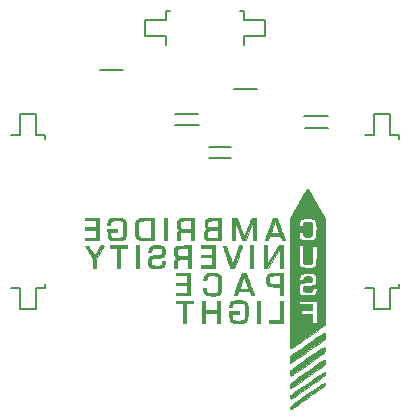
<source format=gbo>
G04 #@! TF.FileFunction,Legend,Bot*
%FSLAX46Y46*%
G04 Gerber Fmt 4.6, Leading zero omitted, Abs format (unit mm)*
G04 Created by KiCad (PCBNEW 4.1.0-alpha+201605071002+6776~44~ubuntu14.04.1-product) date Tue 05 Jul 2016 00:44:42 BST*
%MOMM*%
%LPD*%
G01*
G04 APERTURE LIST*
%ADD10C,0.100000*%
%ADD11C,0.200000*%
%ADD12C,0.010000*%
%ADD13C,0.150000*%
%ADD14R,0.620000X0.620000*%
%ADD15R,2.220000X0.740000*%
%ADD16C,1.200000*%
%ADD17R,0.740000X2.220000*%
G04 APERTURE END LIST*
D10*
D11*
X100330000Y-94570000D02*
X102170000Y-94570000D01*
X100330000Y-95520000D02*
X102170000Y-95520000D01*
X93030000Y-88060000D02*
X91080000Y-88060000D01*
X97460000Y-92670000D02*
X99460000Y-92670000D01*
X97490000Y-91730000D02*
X99430000Y-91730000D01*
X104380000Y-89630000D02*
X102470000Y-89630000D01*
X108420000Y-91950000D02*
X110410000Y-91950000D01*
X108460000Y-92920000D02*
X110380000Y-92920000D01*
D12*
G36*
X110066746Y-114529605D02*
X109985442Y-114579704D01*
X109864060Y-114658223D01*
X109708517Y-114761089D01*
X109524731Y-114884226D01*
X109318620Y-115023561D01*
X109096102Y-115175019D01*
X108863093Y-115334527D01*
X108625513Y-115498010D01*
X108389277Y-115661395D01*
X108160305Y-115820607D01*
X107944514Y-115971572D01*
X107747820Y-116110216D01*
X107576143Y-116232464D01*
X107435400Y-116334244D01*
X107331508Y-116411480D01*
X107270385Y-116460098D01*
X107263790Y-116466051D01*
X107191248Y-116566783D01*
X107175500Y-116641941D01*
X107192938Y-116712282D01*
X107246104Y-116733818D01*
X107336275Y-116706377D01*
X107464731Y-116629792D01*
X107510460Y-116597544D01*
X107576864Y-116550318D01*
X107689038Y-116471609D01*
X107840455Y-116365953D01*
X108024589Y-116237886D01*
X108234915Y-116091943D01*
X108464906Y-115932660D01*
X108708035Y-115764574D01*
X108842375Y-115671824D01*
X109085283Y-115503745D01*
X109314565Y-115344229D01*
X109524362Y-115197414D01*
X109708816Y-115067438D01*
X109862068Y-114958440D01*
X109978261Y-114874559D01*
X110051535Y-114819933D01*
X110072688Y-114802714D01*
X110129417Y-114728503D01*
X110159796Y-114645162D01*
X110162046Y-114570285D01*
X110134394Y-114521467D01*
X110102055Y-114512000D01*
X110066746Y-114529605D01*
X110066746Y-114529605D01*
G37*
X110066746Y-114529605D02*
X109985442Y-114579704D01*
X109864060Y-114658223D01*
X109708517Y-114761089D01*
X109524731Y-114884226D01*
X109318620Y-115023561D01*
X109096102Y-115175019D01*
X108863093Y-115334527D01*
X108625513Y-115498010D01*
X108389277Y-115661395D01*
X108160305Y-115820607D01*
X107944514Y-115971572D01*
X107747820Y-116110216D01*
X107576143Y-116232464D01*
X107435400Y-116334244D01*
X107331508Y-116411480D01*
X107270385Y-116460098D01*
X107263790Y-116466051D01*
X107191248Y-116566783D01*
X107175500Y-116641941D01*
X107192938Y-116712282D01*
X107246104Y-116733818D01*
X107336275Y-116706377D01*
X107464731Y-116629792D01*
X107510460Y-116597544D01*
X107576864Y-116550318D01*
X107689038Y-116471609D01*
X107840455Y-116365953D01*
X108024589Y-116237886D01*
X108234915Y-116091943D01*
X108464906Y-115932660D01*
X108708035Y-115764574D01*
X108842375Y-115671824D01*
X109085283Y-115503745D01*
X109314565Y-115344229D01*
X109524362Y-115197414D01*
X109708816Y-115067438D01*
X109862068Y-114958440D01*
X109978261Y-114874559D01*
X110051535Y-114819933D01*
X110072688Y-114802714D01*
X110129417Y-114728503D01*
X110159796Y-114645162D01*
X110162046Y-114570285D01*
X110134394Y-114521467D01*
X110102055Y-114512000D01*
X110066746Y-114529605D01*
G36*
X110073151Y-113608983D02*
X109990766Y-113659461D01*
X109868413Y-113738601D01*
X109711974Y-113842322D01*
X109527331Y-113966541D01*
X109320366Y-114107176D01*
X109096959Y-114260144D01*
X108862992Y-114421364D01*
X108624346Y-114586753D01*
X108386904Y-114752229D01*
X108156547Y-114913709D01*
X107939155Y-115067111D01*
X107740612Y-115208354D01*
X107566797Y-115333354D01*
X107423592Y-115438031D01*
X107316880Y-115518300D01*
X107252541Y-115570080D01*
X107237415Y-115584851D01*
X107192331Y-115671052D01*
X107180089Y-115759578D01*
X107199518Y-115831386D01*
X107249444Y-115867432D01*
X107254875Y-115868217D01*
X107295308Y-115851635D01*
X107384290Y-115799944D01*
X107518829Y-115715119D01*
X107695931Y-115599140D01*
X107912602Y-115453985D01*
X108165850Y-115281632D01*
X108452682Y-115084059D01*
X108673012Y-114930997D01*
X108935943Y-114747497D01*
X109184569Y-114573482D01*
X109413726Y-114412598D01*
X109618249Y-114268497D01*
X109792974Y-114144825D01*
X109932738Y-114045234D01*
X110032376Y-113973371D01*
X110086724Y-113932885D01*
X110093825Y-113927046D01*
X110134942Y-113864412D01*
X110158510Y-113779566D01*
X110163584Y-113692489D01*
X110149222Y-113623161D01*
X110114478Y-113591565D01*
X110109688Y-113591250D01*
X110073151Y-113608983D01*
X110073151Y-113608983D01*
G37*
X110073151Y-113608983D02*
X109990766Y-113659461D01*
X109868413Y-113738601D01*
X109711974Y-113842322D01*
X109527331Y-113966541D01*
X109320366Y-114107176D01*
X109096959Y-114260144D01*
X108862992Y-114421364D01*
X108624346Y-114586753D01*
X108386904Y-114752229D01*
X108156547Y-114913709D01*
X107939155Y-115067111D01*
X107740612Y-115208354D01*
X107566797Y-115333354D01*
X107423592Y-115438031D01*
X107316880Y-115518300D01*
X107252541Y-115570080D01*
X107237415Y-115584851D01*
X107192331Y-115671052D01*
X107180089Y-115759578D01*
X107199518Y-115831386D01*
X107249444Y-115867432D01*
X107254875Y-115868217D01*
X107295308Y-115851635D01*
X107384290Y-115799944D01*
X107518829Y-115715119D01*
X107695931Y-115599140D01*
X107912602Y-115453985D01*
X108165850Y-115281632D01*
X108452682Y-115084059D01*
X108673012Y-114930997D01*
X108935943Y-114747497D01*
X109184569Y-114573482D01*
X109413726Y-114412598D01*
X109618249Y-114268497D01*
X109792974Y-114144825D01*
X109932738Y-114045234D01*
X110032376Y-113973371D01*
X110086724Y-113932885D01*
X110093825Y-113927046D01*
X110134942Y-113864412D01*
X110158510Y-113779566D01*
X110163584Y-113692489D01*
X110149222Y-113623161D01*
X110114478Y-113591565D01*
X110109688Y-113591250D01*
X110073151Y-113608983D01*
G36*
X110066509Y-112583936D02*
X110038166Y-112595906D01*
X109996346Y-112618744D01*
X109936958Y-112655127D01*
X109855910Y-112707734D01*
X109749110Y-112779247D01*
X109612467Y-112872343D01*
X109441889Y-112989701D01*
X109233286Y-113134002D01*
X108982565Y-113307924D01*
X108685634Y-113514148D01*
X108533582Y-113619775D01*
X108200640Y-113852106D01*
X107919183Y-114050812D01*
X107687593Y-114217090D01*
X107504253Y-114352136D01*
X107367548Y-114457148D01*
X107275860Y-114533323D01*
X107227573Y-114581857D01*
X107221262Y-114591293D01*
X107186709Y-114689500D01*
X107177745Y-114792525D01*
X107192606Y-114881643D01*
X107229528Y-114938127D01*
X107254875Y-114948186D01*
X107296075Y-114931776D01*
X107386102Y-114879917D01*
X107522312Y-114794351D01*
X107702060Y-114676817D01*
X107922703Y-114529055D01*
X108181597Y-114352805D01*
X108476097Y-114149807D01*
X108620125Y-114049784D01*
X108880108Y-113868601D01*
X109127561Y-113695679D01*
X109356921Y-113534938D01*
X109562623Y-113390300D01*
X109739100Y-113265687D01*
X109880790Y-113165020D01*
X109982126Y-113092222D01*
X110037543Y-113051213D01*
X110040938Y-113048539D01*
X110110244Y-112987937D01*
X110145665Y-112933192D01*
X110158465Y-112858811D01*
X110160000Y-112779132D01*
X110153992Y-112666146D01*
X110134098Y-112604531D01*
X110111589Y-112586429D01*
X110099129Y-112581876D01*
X110085466Y-112580152D01*
X110066509Y-112583936D01*
X110066509Y-112583936D01*
G37*
X110066509Y-112583936D02*
X110038166Y-112595906D01*
X109996346Y-112618744D01*
X109936958Y-112655127D01*
X109855910Y-112707734D01*
X109749110Y-112779247D01*
X109612467Y-112872343D01*
X109441889Y-112989701D01*
X109233286Y-113134002D01*
X108982565Y-113307924D01*
X108685634Y-113514148D01*
X108533582Y-113619775D01*
X108200640Y-113852106D01*
X107919183Y-114050812D01*
X107687593Y-114217090D01*
X107504253Y-114352136D01*
X107367548Y-114457148D01*
X107275860Y-114533323D01*
X107227573Y-114581857D01*
X107221262Y-114591293D01*
X107186709Y-114689500D01*
X107177745Y-114792525D01*
X107192606Y-114881643D01*
X107229528Y-114938127D01*
X107254875Y-114948186D01*
X107296075Y-114931776D01*
X107386102Y-114879917D01*
X107522312Y-114794351D01*
X107702060Y-114676817D01*
X107922703Y-114529055D01*
X108181597Y-114352805D01*
X108476097Y-114149807D01*
X108620125Y-114049784D01*
X108880108Y-113868601D01*
X109127561Y-113695679D01*
X109356921Y-113534938D01*
X109562623Y-113390300D01*
X109739100Y-113265687D01*
X109880790Y-113165020D01*
X109982126Y-113092222D01*
X110037543Y-113051213D01*
X110040938Y-113048539D01*
X110110244Y-112987937D01*
X110145665Y-112933192D01*
X110158465Y-112858811D01*
X110160000Y-112779132D01*
X110153992Y-112666146D01*
X110134098Y-112604531D01*
X110111589Y-112586429D01*
X110099129Y-112581876D01*
X110085466Y-112580152D01*
X110066509Y-112583936D01*
G36*
X110050469Y-111485271D02*
X109965510Y-111533706D01*
X109840394Y-111611706D01*
X109680856Y-111715565D01*
X109492630Y-111841579D01*
X109281450Y-111986042D01*
X109152912Y-112075286D01*
X108913328Y-112242396D01*
X108663726Y-112416323D01*
X108415798Y-112588933D01*
X108181235Y-112752091D01*
X107971729Y-112897662D01*
X107798971Y-113017511D01*
X107754836Y-113048079D01*
X107593973Y-113161262D01*
X107450304Y-113265804D01*
X107332445Y-113355156D01*
X107249008Y-113422771D01*
X107208607Y-113462100D01*
X107207149Y-113464440D01*
X107183668Y-113541165D01*
X107174088Y-113642561D01*
X107177498Y-113747753D01*
X107192985Y-113835866D01*
X107219637Y-113886024D01*
X107225722Y-113889478D01*
X107269651Y-113903375D01*
X107308447Y-113900588D01*
X107360045Y-113874807D01*
X107442383Y-113819723D01*
X107461250Y-113806627D01*
X107903371Y-113499240D01*
X108295917Y-113226005D01*
X108641583Y-112985011D01*
X108943060Y-112774347D01*
X109203040Y-112592102D01*
X109424216Y-112436366D01*
X109609280Y-112305226D01*
X109760923Y-112196772D01*
X109881839Y-112109094D01*
X109974720Y-112040279D01*
X110042257Y-111988416D01*
X110087143Y-111951596D01*
X110112070Y-111927906D01*
X110117393Y-111921172D01*
X110145344Y-111846292D01*
X110157347Y-111745527D01*
X110154607Y-111638373D01*
X110138327Y-111544324D01*
X110109712Y-111482874D01*
X110089537Y-111470105D01*
X110050469Y-111485271D01*
X110050469Y-111485271D01*
G37*
X110050469Y-111485271D02*
X109965510Y-111533706D01*
X109840394Y-111611706D01*
X109680856Y-111715565D01*
X109492630Y-111841579D01*
X109281450Y-111986042D01*
X109152912Y-112075286D01*
X108913328Y-112242396D01*
X108663726Y-112416323D01*
X108415798Y-112588933D01*
X108181235Y-112752091D01*
X107971729Y-112897662D01*
X107798971Y-113017511D01*
X107754836Y-113048079D01*
X107593973Y-113161262D01*
X107450304Y-113265804D01*
X107332445Y-113355156D01*
X107249008Y-113422771D01*
X107208607Y-113462100D01*
X107207149Y-113464440D01*
X107183668Y-113541165D01*
X107174088Y-113642561D01*
X107177498Y-113747753D01*
X107192985Y-113835866D01*
X107219637Y-113886024D01*
X107225722Y-113889478D01*
X107269651Y-113903375D01*
X107308447Y-113900588D01*
X107360045Y-113874807D01*
X107442383Y-113819723D01*
X107461250Y-113806627D01*
X107903371Y-113499240D01*
X108295917Y-113226005D01*
X108641583Y-112985011D01*
X108943060Y-112774347D01*
X109203040Y-112592102D01*
X109424216Y-112436366D01*
X109609280Y-112305226D01*
X109760923Y-112196772D01*
X109881839Y-112109094D01*
X109974720Y-112040279D01*
X110042257Y-111988416D01*
X110087143Y-111951596D01*
X110112070Y-111927906D01*
X110117393Y-111921172D01*
X110145344Y-111846292D01*
X110157347Y-111745527D01*
X110154607Y-111638373D01*
X110138327Y-111544324D01*
X110109712Y-111482874D01*
X110089537Y-111470105D01*
X110050469Y-111485271D01*
G36*
X110072688Y-110295954D02*
X110030564Y-110316366D01*
X109942702Y-110369327D01*
X109815170Y-110450662D01*
X109654033Y-110556198D01*
X109465357Y-110681759D01*
X109255210Y-110823172D01*
X109029658Y-110976261D01*
X108794766Y-111136853D01*
X108556603Y-111300772D01*
X108321232Y-111463845D01*
X108094723Y-111621896D01*
X107883139Y-111770753D01*
X107692549Y-111906239D01*
X107529019Y-112024180D01*
X107398614Y-112120403D01*
X107307401Y-112190732D01*
X107262813Y-112229507D01*
X107213712Y-112289900D01*
X107187304Y-112353073D01*
X107176882Y-112441774D01*
X107175500Y-112525529D01*
X107180005Y-112675596D01*
X107194883Y-112770741D01*
X107222181Y-112818995D01*
X107252868Y-112829250D01*
X107285934Y-112811672D01*
X107365922Y-112761257D01*
X107487663Y-112681479D01*
X107645985Y-112575812D01*
X107835720Y-112447731D01*
X108051696Y-112300710D01*
X108288744Y-112138225D01*
X108541694Y-111963751D01*
X108575034Y-111940675D01*
X108834905Y-111760241D01*
X109083338Y-111586790D01*
X109314519Y-111424449D01*
X109522636Y-111277341D01*
X109701875Y-111149594D01*
X109846422Y-111045332D01*
X109950464Y-110968681D01*
X110008187Y-110923766D01*
X110009188Y-110922913D01*
X110160000Y-110793726D01*
X110160000Y-110282042D01*
X110072688Y-110295954D01*
X110072688Y-110295954D01*
G37*
X110072688Y-110295954D02*
X110030564Y-110316366D01*
X109942702Y-110369327D01*
X109815170Y-110450662D01*
X109654033Y-110556198D01*
X109465357Y-110681759D01*
X109255210Y-110823172D01*
X109029658Y-110976261D01*
X108794766Y-111136853D01*
X108556603Y-111300772D01*
X108321232Y-111463845D01*
X108094723Y-111621896D01*
X107883139Y-111770753D01*
X107692549Y-111906239D01*
X107529019Y-112024180D01*
X107398614Y-112120403D01*
X107307401Y-112190732D01*
X107262813Y-112229507D01*
X107213712Y-112289900D01*
X107187304Y-112353073D01*
X107176882Y-112441774D01*
X107175500Y-112525529D01*
X107180005Y-112675596D01*
X107194883Y-112770741D01*
X107222181Y-112818995D01*
X107252868Y-112829250D01*
X107285934Y-112811672D01*
X107365922Y-112761257D01*
X107487663Y-112681479D01*
X107645985Y-112575812D01*
X107835720Y-112447731D01*
X108051696Y-112300710D01*
X108288744Y-112138225D01*
X108541694Y-111963751D01*
X108575034Y-111940675D01*
X108834905Y-111760241D01*
X109083338Y-111586790D01*
X109314519Y-111424449D01*
X109522636Y-111277341D01*
X109701875Y-111149594D01*
X109846422Y-111045332D01*
X109950464Y-110968681D01*
X110008187Y-110923766D01*
X110009188Y-110922913D01*
X110160000Y-110793726D01*
X110160000Y-110282042D01*
X110072688Y-110295954D01*
G36*
X108645802Y-98118264D02*
X108596605Y-98182676D01*
X108523792Y-98292539D01*
X108426090Y-98449908D01*
X108302227Y-98656836D01*
X108150930Y-98915378D01*
X107970928Y-99227586D01*
X107952505Y-99259735D01*
X107807939Y-99513144D01*
X107671522Y-99754239D01*
X107546912Y-99976407D01*
X107437771Y-100173035D01*
X107347757Y-100337512D01*
X107280531Y-100463225D01*
X107239754Y-100543563D01*
X107230972Y-100563240D01*
X107223909Y-100583729D01*
X107217479Y-100609665D01*
X107211657Y-100643911D01*
X107206420Y-100689331D01*
X107201742Y-100748789D01*
X107197600Y-100825149D01*
X107193968Y-100921275D01*
X107190823Y-101040030D01*
X107188139Y-101184278D01*
X107185894Y-101356883D01*
X107184061Y-101560709D01*
X107182616Y-101798619D01*
X107181536Y-102073477D01*
X107180795Y-102388148D01*
X107180369Y-102745494D01*
X107180234Y-103148380D01*
X107180365Y-103599670D01*
X107180738Y-104102226D01*
X107181329Y-104658914D01*
X107182112Y-105272597D01*
X107183063Y-105946138D01*
X107183347Y-106139692D01*
X107191375Y-111575125D01*
X107270750Y-111580748D01*
X107306360Y-111570566D01*
X107373722Y-111535935D01*
X107475491Y-111475112D01*
X107614320Y-111386350D01*
X107792863Y-111267908D01*
X108013774Y-111118039D01*
X108279708Y-110935000D01*
X108593318Y-110717046D01*
X108728804Y-110622426D01*
X108992515Y-110437512D01*
X109240669Y-110262478D01*
X109468342Y-110100868D01*
X109670607Y-109956229D01*
X109842538Y-109832105D01*
X109979210Y-109732042D01*
X110075696Y-109659585D01*
X110127071Y-109618280D01*
X110134066Y-109610979D01*
X110137143Y-109574153D01*
X110140003Y-109477453D01*
X110142634Y-109324506D01*
X110145019Y-109118938D01*
X110147145Y-108864376D01*
X110148997Y-108564446D01*
X110150559Y-108222774D01*
X110151818Y-107842986D01*
X110152463Y-107558750D01*
X109461500Y-107558750D01*
X109461500Y-109432000D01*
X109080500Y-109432000D01*
X109080500Y-108670000D01*
X108096250Y-108670000D01*
X108096250Y-108352500D01*
X109080500Y-108352500D01*
X109080500Y-107876250D01*
X107937500Y-107876250D01*
X107937500Y-107558750D01*
X109461500Y-107558750D01*
X110152463Y-107558750D01*
X110152759Y-107428709D01*
X110153367Y-106983569D01*
X110153628Y-106511193D01*
X110153628Y-106511000D01*
X109469681Y-106511000D01*
X109447964Y-106674715D01*
X109428744Y-106772431D01*
X109399317Y-106873895D01*
X109366405Y-106960141D01*
X109336733Y-107012205D01*
X109325748Y-107019478D01*
X109294560Y-107029760D01*
X109224650Y-107055027D01*
X109191625Y-107067252D01*
X109096225Y-107088699D01*
X108957406Y-107102384D01*
X108791472Y-107108577D01*
X108614730Y-107107549D01*
X108443484Y-107099568D01*
X108294039Y-107084907D01*
X108182701Y-107063835D01*
X108144165Y-107049886D01*
X108060667Y-106986192D01*
X108001290Y-106907585D01*
X107973794Y-106815178D01*
X107957645Y-106683701D01*
X107952942Y-106534768D01*
X107959788Y-106389990D01*
X107978284Y-106270979D01*
X107998040Y-106214906D01*
X108054630Y-106148568D01*
X108149744Y-106095948D01*
X108290063Y-106054905D01*
X108482268Y-106023296D01*
X108650870Y-106005671D01*
X108815382Y-105989047D01*
X108927138Y-105971663D01*
X108996864Y-105951144D01*
X109035283Y-105925113D01*
X109039808Y-105919513D01*
X109075348Y-105824497D01*
X109073126Y-105710035D01*
X109034799Y-105606463D01*
X109021717Y-105588190D01*
X108985461Y-105551764D01*
X108938715Y-105529736D01*
X108865516Y-105518380D01*
X108749901Y-105513965D01*
X108701529Y-105513412D01*
X108544414Y-105518445D01*
X108440332Y-105540136D01*
X108379856Y-105583692D01*
X108353560Y-105654319D01*
X108350250Y-105707443D01*
X108345452Y-105747846D01*
X108321253Y-105769830D01*
X108262953Y-105778947D01*
X108156145Y-105780750D01*
X107962040Y-105780750D01*
X107983995Y-105629937D01*
X108014361Y-105492277D01*
X108065256Y-105388679D01*
X108144555Y-105314810D01*
X108260138Y-105266336D01*
X108419883Y-105238925D01*
X108631667Y-105228244D01*
X108715375Y-105227652D01*
X108951022Y-105234971D01*
X109131169Y-105259929D01*
X109262534Y-105307448D01*
X109351830Y-105382450D01*
X109405772Y-105489858D01*
X109431077Y-105634592D01*
X109435353Y-105755376D01*
X109427724Y-105927630D01*
X109399482Y-106056636D01*
X109342597Y-106149737D01*
X109249040Y-106214272D01*
X109110781Y-106257581D01*
X108919789Y-106287006D01*
X108845284Y-106294779D01*
X108655935Y-106314202D01*
X108520029Y-106332102D01*
X108427673Y-106351488D01*
X108368970Y-106375368D01*
X108334026Y-106406752D01*
X108312948Y-106448648D01*
X108309837Y-106457616D01*
X108295130Y-106552072D01*
X108300919Y-106655930D01*
X108301120Y-106657014D01*
X108327284Y-106733500D01*
X108378703Y-106784278D01*
X108465899Y-106813879D01*
X108599393Y-106826831D01*
X108699500Y-106828500D01*
X108860099Y-106823830D01*
X108968795Y-106806266D01*
X109036731Y-106770471D01*
X109075052Y-106711113D01*
X109092296Y-106640479D01*
X109113001Y-106511000D01*
X109469681Y-106511000D01*
X110153628Y-106511000D01*
X110153526Y-106015206D01*
X110153048Y-105499235D01*
X110152387Y-105076551D01*
X110148394Y-102907375D01*
X109445625Y-102907375D01*
X109445625Y-103669375D01*
X109445251Y-103911903D01*
X109443709Y-104099760D01*
X109440367Y-104241774D01*
X109434595Y-104346771D01*
X109425764Y-104423579D01*
X109413241Y-104481023D01*
X109396398Y-104527932D01*
X109382125Y-104558375D01*
X109317702Y-104651813D01*
X109226416Y-104718906D01*
X109100050Y-104762218D01*
X108930384Y-104784314D01*
X108709198Y-104787759D01*
X108651875Y-104786239D01*
X108443942Y-104773861D01*
X108284464Y-104752322D01*
X108185672Y-104724694D01*
X108119734Y-104693038D01*
X108067547Y-104656104D01*
X108027389Y-104606455D01*
X107997542Y-104536658D01*
X107976286Y-104439277D01*
X107961902Y-104306878D01*
X107952669Y-104132025D01*
X107946868Y-103907285D01*
X107943426Y-103677312D01*
X107933476Y-102891500D01*
X108282458Y-102891500D01*
X108292542Y-103624605D01*
X108295918Y-103858586D01*
X108299366Y-104037340D01*
X108303771Y-104169136D01*
X108310018Y-104262241D01*
X108318994Y-104324924D01*
X108331585Y-104365452D01*
X108348676Y-104392095D01*
X108371153Y-104413118D01*
X108377580Y-104418355D01*
X108433652Y-104451606D01*
X108510660Y-104470490D01*
X108625745Y-104478260D01*
X108696950Y-104479000D01*
X108807436Y-104479296D01*
X108893223Y-104475431D01*
X108957602Y-104460271D01*
X109003867Y-104426683D01*
X109035312Y-104367534D01*
X109055228Y-104275691D01*
X109066909Y-104144020D01*
X109073648Y-103965389D01*
X109078737Y-103732665D01*
X109080500Y-103648176D01*
X109096375Y-102907375D01*
X109445625Y-102907375D01*
X110148394Y-102907375D01*
X110145619Y-101400718D01*
X109457772Y-101400718D01*
X109442515Y-101716908D01*
X109433647Y-101805727D01*
X109404050Y-102018190D01*
X109364099Y-102176450D01*
X109307530Y-102289671D01*
X109228080Y-102367020D01*
X109119487Y-102417661D01*
X108995179Y-102447350D01*
X108883318Y-102458759D01*
X108736945Y-102461979D01*
X108575533Y-102457908D01*
X108418557Y-102447448D01*
X108285492Y-102431498D01*
X108195812Y-102410957D01*
X108194147Y-102410337D01*
X108108120Y-102364178D01*
X108041174Y-102312807D01*
X108002869Y-102269466D01*
X107975558Y-102214501D01*
X107955078Y-102133507D01*
X107937268Y-102012077D01*
X107926278Y-101915187D01*
X107911793Y-101780250D01*
X108286750Y-101780250D01*
X108286750Y-101887857D01*
X108305324Y-102005381D01*
X108365426Y-102085163D01*
X108473627Y-102132924D01*
X108588980Y-102151058D01*
X108770652Y-102156906D01*
X108901242Y-102135551D01*
X108988153Y-102084519D01*
X109038791Y-102001337D01*
X109039021Y-102000676D01*
X109053400Y-101925519D01*
X109064368Y-101803360D01*
X109071704Y-101650612D01*
X109075188Y-101483694D01*
X109074600Y-101319020D01*
X109069721Y-101173007D01*
X109060330Y-101062072D01*
X109052185Y-101018250D01*
X109000340Y-100944484D01*
X108898011Y-100893733D01*
X108755014Y-100869099D01*
X108591625Y-100872597D01*
X108453465Y-100893590D01*
X108368585Y-100926998D01*
X108327097Y-100978714D01*
X108318500Y-101035415D01*
X108310581Y-101128137D01*
X108277976Y-101180763D01*
X108207412Y-101204031D01*
X108104287Y-101208750D01*
X107928617Y-101208750D01*
X107946774Y-101032817D01*
X107972414Y-100877305D01*
X108018003Y-100759499D01*
X108090988Y-100675006D01*
X108198814Y-100619430D01*
X108348929Y-100588378D01*
X108548778Y-100577455D01*
X108715375Y-100579241D01*
X108884424Y-100585291D01*
X109004334Y-100594214D01*
X109089467Y-100608393D01*
X109154182Y-100630210D01*
X109212235Y-100661672D01*
X109319166Y-100765312D01*
X109395879Y-100923788D01*
X109442154Y-101135967D01*
X109457772Y-101400718D01*
X110145619Y-101400718D01*
X110144125Y-100589625D01*
X109495933Y-99430750D01*
X109324580Y-99124550D01*
X109181316Y-98869194D01*
X109063291Y-98660069D01*
X108967658Y-98492562D01*
X108891570Y-98362061D01*
X108832179Y-98263953D01*
X108786637Y-98193627D01*
X108752098Y-98146471D01*
X108725713Y-98117871D01*
X108704635Y-98103216D01*
X108686017Y-98097893D01*
X108672655Y-98097250D01*
X108645802Y-98118264D01*
X108645802Y-98118264D01*
G37*
X108645802Y-98118264D02*
X108596605Y-98182676D01*
X108523792Y-98292539D01*
X108426090Y-98449908D01*
X108302227Y-98656836D01*
X108150930Y-98915378D01*
X107970928Y-99227586D01*
X107952505Y-99259735D01*
X107807939Y-99513144D01*
X107671522Y-99754239D01*
X107546912Y-99976407D01*
X107437771Y-100173035D01*
X107347757Y-100337512D01*
X107280531Y-100463225D01*
X107239754Y-100543563D01*
X107230972Y-100563240D01*
X107223909Y-100583729D01*
X107217479Y-100609665D01*
X107211657Y-100643911D01*
X107206420Y-100689331D01*
X107201742Y-100748789D01*
X107197600Y-100825149D01*
X107193968Y-100921275D01*
X107190823Y-101040030D01*
X107188139Y-101184278D01*
X107185894Y-101356883D01*
X107184061Y-101560709D01*
X107182616Y-101798619D01*
X107181536Y-102073477D01*
X107180795Y-102388148D01*
X107180369Y-102745494D01*
X107180234Y-103148380D01*
X107180365Y-103599670D01*
X107180738Y-104102226D01*
X107181329Y-104658914D01*
X107182112Y-105272597D01*
X107183063Y-105946138D01*
X107183347Y-106139692D01*
X107191375Y-111575125D01*
X107270750Y-111580748D01*
X107306360Y-111570566D01*
X107373722Y-111535935D01*
X107475491Y-111475112D01*
X107614320Y-111386350D01*
X107792863Y-111267908D01*
X108013774Y-111118039D01*
X108279708Y-110935000D01*
X108593318Y-110717046D01*
X108728804Y-110622426D01*
X108992515Y-110437512D01*
X109240669Y-110262478D01*
X109468342Y-110100868D01*
X109670607Y-109956229D01*
X109842538Y-109832105D01*
X109979210Y-109732042D01*
X110075696Y-109659585D01*
X110127071Y-109618280D01*
X110134066Y-109610979D01*
X110137143Y-109574153D01*
X110140003Y-109477453D01*
X110142634Y-109324506D01*
X110145019Y-109118938D01*
X110147145Y-108864376D01*
X110148997Y-108564446D01*
X110150559Y-108222774D01*
X110151818Y-107842986D01*
X110152463Y-107558750D01*
X109461500Y-107558750D01*
X109461500Y-109432000D01*
X109080500Y-109432000D01*
X109080500Y-108670000D01*
X108096250Y-108670000D01*
X108096250Y-108352500D01*
X109080500Y-108352500D01*
X109080500Y-107876250D01*
X107937500Y-107876250D01*
X107937500Y-107558750D01*
X109461500Y-107558750D01*
X110152463Y-107558750D01*
X110152759Y-107428709D01*
X110153367Y-106983569D01*
X110153628Y-106511193D01*
X110153628Y-106511000D01*
X109469681Y-106511000D01*
X109447964Y-106674715D01*
X109428744Y-106772431D01*
X109399317Y-106873895D01*
X109366405Y-106960141D01*
X109336733Y-107012205D01*
X109325748Y-107019478D01*
X109294560Y-107029760D01*
X109224650Y-107055027D01*
X109191625Y-107067252D01*
X109096225Y-107088699D01*
X108957406Y-107102384D01*
X108791472Y-107108577D01*
X108614730Y-107107549D01*
X108443484Y-107099568D01*
X108294039Y-107084907D01*
X108182701Y-107063835D01*
X108144165Y-107049886D01*
X108060667Y-106986192D01*
X108001290Y-106907585D01*
X107973794Y-106815178D01*
X107957645Y-106683701D01*
X107952942Y-106534768D01*
X107959788Y-106389990D01*
X107978284Y-106270979D01*
X107998040Y-106214906D01*
X108054630Y-106148568D01*
X108149744Y-106095948D01*
X108290063Y-106054905D01*
X108482268Y-106023296D01*
X108650870Y-106005671D01*
X108815382Y-105989047D01*
X108927138Y-105971663D01*
X108996864Y-105951144D01*
X109035283Y-105925113D01*
X109039808Y-105919513D01*
X109075348Y-105824497D01*
X109073126Y-105710035D01*
X109034799Y-105606463D01*
X109021717Y-105588190D01*
X108985461Y-105551764D01*
X108938715Y-105529736D01*
X108865516Y-105518380D01*
X108749901Y-105513965D01*
X108701529Y-105513412D01*
X108544414Y-105518445D01*
X108440332Y-105540136D01*
X108379856Y-105583692D01*
X108353560Y-105654319D01*
X108350250Y-105707443D01*
X108345452Y-105747846D01*
X108321253Y-105769830D01*
X108262953Y-105778947D01*
X108156145Y-105780750D01*
X107962040Y-105780750D01*
X107983995Y-105629937D01*
X108014361Y-105492277D01*
X108065256Y-105388679D01*
X108144555Y-105314810D01*
X108260138Y-105266336D01*
X108419883Y-105238925D01*
X108631667Y-105228244D01*
X108715375Y-105227652D01*
X108951022Y-105234971D01*
X109131169Y-105259929D01*
X109262534Y-105307448D01*
X109351830Y-105382450D01*
X109405772Y-105489858D01*
X109431077Y-105634592D01*
X109435353Y-105755376D01*
X109427724Y-105927630D01*
X109399482Y-106056636D01*
X109342597Y-106149737D01*
X109249040Y-106214272D01*
X109110781Y-106257581D01*
X108919789Y-106287006D01*
X108845284Y-106294779D01*
X108655935Y-106314202D01*
X108520029Y-106332102D01*
X108427673Y-106351488D01*
X108368970Y-106375368D01*
X108334026Y-106406752D01*
X108312948Y-106448648D01*
X108309837Y-106457616D01*
X108295130Y-106552072D01*
X108300919Y-106655930D01*
X108301120Y-106657014D01*
X108327284Y-106733500D01*
X108378703Y-106784278D01*
X108465899Y-106813879D01*
X108599393Y-106826831D01*
X108699500Y-106828500D01*
X108860099Y-106823830D01*
X108968795Y-106806266D01*
X109036731Y-106770471D01*
X109075052Y-106711113D01*
X109092296Y-106640479D01*
X109113001Y-106511000D01*
X109469681Y-106511000D01*
X110153628Y-106511000D01*
X110153526Y-106015206D01*
X110153048Y-105499235D01*
X110152387Y-105076551D01*
X110148394Y-102907375D01*
X109445625Y-102907375D01*
X109445625Y-103669375D01*
X109445251Y-103911903D01*
X109443709Y-104099760D01*
X109440367Y-104241774D01*
X109434595Y-104346771D01*
X109425764Y-104423579D01*
X109413241Y-104481023D01*
X109396398Y-104527932D01*
X109382125Y-104558375D01*
X109317702Y-104651813D01*
X109226416Y-104718906D01*
X109100050Y-104762218D01*
X108930384Y-104784314D01*
X108709198Y-104787759D01*
X108651875Y-104786239D01*
X108443942Y-104773861D01*
X108284464Y-104752322D01*
X108185672Y-104724694D01*
X108119734Y-104693038D01*
X108067547Y-104656104D01*
X108027389Y-104606455D01*
X107997542Y-104536658D01*
X107976286Y-104439277D01*
X107961902Y-104306878D01*
X107952669Y-104132025D01*
X107946868Y-103907285D01*
X107943426Y-103677312D01*
X107933476Y-102891500D01*
X108282458Y-102891500D01*
X108292542Y-103624605D01*
X108295918Y-103858586D01*
X108299366Y-104037340D01*
X108303771Y-104169136D01*
X108310018Y-104262241D01*
X108318994Y-104324924D01*
X108331585Y-104365452D01*
X108348676Y-104392095D01*
X108371153Y-104413118D01*
X108377580Y-104418355D01*
X108433652Y-104451606D01*
X108510660Y-104470490D01*
X108625745Y-104478260D01*
X108696950Y-104479000D01*
X108807436Y-104479296D01*
X108893223Y-104475431D01*
X108957602Y-104460271D01*
X109003867Y-104426683D01*
X109035312Y-104367534D01*
X109055228Y-104275691D01*
X109066909Y-104144020D01*
X109073648Y-103965389D01*
X109078737Y-103732665D01*
X109080500Y-103648176D01*
X109096375Y-102907375D01*
X109445625Y-102907375D01*
X110148394Y-102907375D01*
X110145619Y-101400718D01*
X109457772Y-101400718D01*
X109442515Y-101716908D01*
X109433647Y-101805727D01*
X109404050Y-102018190D01*
X109364099Y-102176450D01*
X109307530Y-102289671D01*
X109228080Y-102367020D01*
X109119487Y-102417661D01*
X108995179Y-102447350D01*
X108883318Y-102458759D01*
X108736945Y-102461979D01*
X108575533Y-102457908D01*
X108418557Y-102447448D01*
X108285492Y-102431498D01*
X108195812Y-102410957D01*
X108194147Y-102410337D01*
X108108120Y-102364178D01*
X108041174Y-102312807D01*
X108002869Y-102269466D01*
X107975558Y-102214501D01*
X107955078Y-102133507D01*
X107937268Y-102012077D01*
X107926278Y-101915187D01*
X107911793Y-101780250D01*
X108286750Y-101780250D01*
X108286750Y-101887857D01*
X108305324Y-102005381D01*
X108365426Y-102085163D01*
X108473627Y-102132924D01*
X108588980Y-102151058D01*
X108770652Y-102156906D01*
X108901242Y-102135551D01*
X108988153Y-102084519D01*
X109038791Y-102001337D01*
X109039021Y-102000676D01*
X109053400Y-101925519D01*
X109064368Y-101803360D01*
X109071704Y-101650612D01*
X109075188Y-101483694D01*
X109074600Y-101319020D01*
X109069721Y-101173007D01*
X109060330Y-101062072D01*
X109052185Y-101018250D01*
X109000340Y-100944484D01*
X108898011Y-100893733D01*
X108755014Y-100869099D01*
X108591625Y-100872597D01*
X108453465Y-100893590D01*
X108368585Y-100926998D01*
X108327097Y-100978714D01*
X108318500Y-101035415D01*
X108310581Y-101128137D01*
X108277976Y-101180763D01*
X108207412Y-101204031D01*
X108104287Y-101208750D01*
X107928617Y-101208750D01*
X107946774Y-101032817D01*
X107972414Y-100877305D01*
X108018003Y-100759499D01*
X108090988Y-100675006D01*
X108198814Y-100619430D01*
X108348929Y-100588378D01*
X108548778Y-100577455D01*
X108715375Y-100579241D01*
X108884424Y-100585291D01*
X109004334Y-100594214D01*
X109089467Y-100608393D01*
X109154182Y-100630210D01*
X109212235Y-100661672D01*
X109319166Y-100765312D01*
X109395879Y-100923788D01*
X109442154Y-101135967D01*
X109457772Y-101400718D01*
X110145619Y-101400718D01*
X110144125Y-100589625D01*
X109495933Y-99430750D01*
X109324580Y-99124550D01*
X109181316Y-98869194D01*
X109063291Y-98660069D01*
X108967658Y-98492562D01*
X108891570Y-98362061D01*
X108832179Y-98263953D01*
X108786637Y-98193627D01*
X108752098Y-98146471D01*
X108725713Y-98117871D01*
X108704635Y-98103216D01*
X108686017Y-98097893D01*
X108672655Y-98097250D01*
X108645802Y-98118264D01*
G36*
X106381750Y-109209750D02*
X105397500Y-109209750D01*
X105397500Y-109463750D01*
X106604000Y-109463750D01*
X106604000Y-107558750D01*
X106381750Y-107558750D01*
X106381750Y-109209750D01*
X106381750Y-109209750D01*
G37*
X106381750Y-109209750D02*
X105397500Y-109209750D01*
X105397500Y-109463750D01*
X106604000Y-109463750D01*
X106604000Y-107558750D01*
X106381750Y-107558750D01*
X106381750Y-109209750D01*
G36*
X104445000Y-109463750D02*
X104699000Y-109463750D01*
X104699000Y-107558750D01*
X104445000Y-107558750D01*
X104445000Y-109463750D01*
X104445000Y-109463750D01*
G37*
X104445000Y-109463750D02*
X104699000Y-109463750D01*
X104699000Y-107558750D01*
X104445000Y-107558750D01*
X104445000Y-109463750D01*
G36*
X102588113Y-107546351D02*
X102420475Y-107558423D01*
X102297883Y-107581555D01*
X102211256Y-107618214D01*
X102151516Y-107670864D01*
X102114280Y-107731739D01*
X102082186Y-107832824D01*
X102064781Y-107952737D01*
X102063750Y-107984235D01*
X102066090Y-108073273D01*
X102081364Y-108115903D01*
X102121958Y-108129219D01*
X102169554Y-108130250D01*
X102234094Y-108125892D01*
X102269873Y-108101827D01*
X102291711Y-108041565D01*
X102304492Y-107980129D01*
X102327410Y-107891569D01*
X102362838Y-107828675D01*
X102420578Y-107787530D01*
X102510432Y-107764217D01*
X102642203Y-107754820D01*
X102825693Y-107755420D01*
X102864643Y-107756280D01*
X103030091Y-107760415D01*
X103155862Y-107769111D01*
X103247390Y-107790136D01*
X103310104Y-107831257D01*
X103349436Y-107900243D01*
X103370818Y-108004863D01*
X103379680Y-108152886D01*
X103381454Y-108352079D01*
X103381375Y-108495375D01*
X103380993Y-108702571D01*
X103379188Y-108855837D01*
X103374972Y-108964743D01*
X103367356Y-109038856D01*
X103355354Y-109087745D01*
X103337975Y-109120979D01*
X103314234Y-109148127D01*
X103313939Y-109148422D01*
X103234314Y-109194129D01*
X103109995Y-109227365D01*
X102957374Y-109247749D01*
X102792843Y-109254901D01*
X102632794Y-109248437D01*
X102493619Y-109227977D01*
X102391711Y-109193138D01*
X102360271Y-109170627D01*
X102328072Y-109106750D01*
X102303523Y-108994747D01*
X102294147Y-108911547D01*
X102277307Y-108701750D01*
X102889250Y-108701750D01*
X102889250Y-108479500D01*
X102055760Y-108479500D01*
X102069752Y-108845055D01*
X102081455Y-109040928D01*
X102102627Y-109183713D01*
X102138299Y-109283669D01*
X102193503Y-109351051D01*
X102273268Y-109396118D01*
X102352475Y-109421507D01*
X102451479Y-109437968D01*
X102593946Y-109449576D01*
X102760515Y-109456056D01*
X102931825Y-109457134D01*
X103088517Y-109452537D01*
X103211230Y-109441992D01*
X103254375Y-109434263D01*
X103361356Y-109403501D01*
X103444152Y-109363863D01*
X103506013Y-109307324D01*
X103550192Y-109225862D01*
X103579939Y-109111455D01*
X103598505Y-108956077D01*
X103609142Y-108751708D01*
X103614147Y-108546409D01*
X103616807Y-108292893D01*
X103613113Y-108094446D01*
X103600898Y-107942778D01*
X103577992Y-107829595D01*
X103542227Y-107746607D01*
X103491434Y-107685521D01*
X103423446Y-107638045D01*
X103369458Y-107610766D01*
X103298387Y-107581818D01*
X103223674Y-107562322D01*
X103130758Y-107550513D01*
X103005080Y-107544624D01*
X102832078Y-107542888D01*
X102809875Y-107542875D01*
X102588113Y-107546351D01*
X102588113Y-107546351D01*
G37*
X102588113Y-107546351D02*
X102420475Y-107558423D01*
X102297883Y-107581555D01*
X102211256Y-107618214D01*
X102151516Y-107670864D01*
X102114280Y-107731739D01*
X102082186Y-107832824D01*
X102064781Y-107952737D01*
X102063750Y-107984235D01*
X102066090Y-108073273D01*
X102081364Y-108115903D01*
X102121958Y-108129219D01*
X102169554Y-108130250D01*
X102234094Y-108125892D01*
X102269873Y-108101827D01*
X102291711Y-108041565D01*
X102304492Y-107980129D01*
X102327410Y-107891569D01*
X102362838Y-107828675D01*
X102420578Y-107787530D01*
X102510432Y-107764217D01*
X102642203Y-107754820D01*
X102825693Y-107755420D01*
X102864643Y-107756280D01*
X103030091Y-107760415D01*
X103155862Y-107769111D01*
X103247390Y-107790136D01*
X103310104Y-107831257D01*
X103349436Y-107900243D01*
X103370818Y-108004863D01*
X103379680Y-108152886D01*
X103381454Y-108352079D01*
X103381375Y-108495375D01*
X103380993Y-108702571D01*
X103379188Y-108855837D01*
X103374972Y-108964743D01*
X103367356Y-109038856D01*
X103355354Y-109087745D01*
X103337975Y-109120979D01*
X103314234Y-109148127D01*
X103313939Y-109148422D01*
X103234314Y-109194129D01*
X103109995Y-109227365D01*
X102957374Y-109247749D01*
X102792843Y-109254901D01*
X102632794Y-109248437D01*
X102493619Y-109227977D01*
X102391711Y-109193138D01*
X102360271Y-109170627D01*
X102328072Y-109106750D01*
X102303523Y-108994747D01*
X102294147Y-108911547D01*
X102277307Y-108701750D01*
X102889250Y-108701750D01*
X102889250Y-108479500D01*
X102055760Y-108479500D01*
X102069752Y-108845055D01*
X102081455Y-109040928D01*
X102102627Y-109183713D01*
X102138299Y-109283669D01*
X102193503Y-109351051D01*
X102273268Y-109396118D01*
X102352475Y-109421507D01*
X102451479Y-109437968D01*
X102593946Y-109449576D01*
X102760515Y-109456056D01*
X102931825Y-109457134D01*
X103088517Y-109452537D01*
X103211230Y-109441992D01*
X103254375Y-109434263D01*
X103361356Y-109403501D01*
X103444152Y-109363863D01*
X103506013Y-109307324D01*
X103550192Y-109225862D01*
X103579939Y-109111455D01*
X103598505Y-108956077D01*
X103609142Y-108751708D01*
X103614147Y-108546409D01*
X103616807Y-108292893D01*
X103613113Y-108094446D01*
X103600898Y-107942778D01*
X103577992Y-107829595D01*
X103542227Y-107746607D01*
X103491434Y-107685521D01*
X103423446Y-107638045D01*
X103369458Y-107610766D01*
X103298387Y-107581818D01*
X103223674Y-107562322D01*
X103130758Y-107550513D01*
X103005080Y-107544624D01*
X102832078Y-107542888D01*
X102809875Y-107542875D01*
X102588113Y-107546351D01*
G36*
X101016000Y-108384250D02*
X99968250Y-108384250D01*
X99968250Y-107558750D01*
X99714250Y-107558750D01*
X99714250Y-109463750D01*
X99968250Y-109463750D01*
X99968250Y-108574750D01*
X101016000Y-108574750D01*
X101016000Y-109463750D01*
X101270000Y-109463750D01*
X101270000Y-107558750D01*
X101016000Y-107558750D01*
X101016000Y-108384250D01*
X101016000Y-108384250D01*
G37*
X101016000Y-108384250D02*
X99968250Y-108384250D01*
X99968250Y-107558750D01*
X99714250Y-107558750D01*
X99714250Y-109463750D01*
X99968250Y-109463750D01*
X99968250Y-108574750D01*
X101016000Y-108574750D01*
X101016000Y-109463750D01*
X101270000Y-109463750D01*
X101270000Y-107558750D01*
X101016000Y-107558750D01*
X101016000Y-108384250D01*
G36*
X97555250Y-107781000D02*
X98158500Y-107781000D01*
X98158500Y-109463750D01*
X98380750Y-109463750D01*
X98380750Y-107781000D01*
X98984000Y-107781000D01*
X98984000Y-107558750D01*
X97555250Y-107558750D01*
X97555250Y-107781000D01*
X97555250Y-107781000D01*
G37*
X97555250Y-107781000D02*
X98158500Y-107781000D01*
X98158500Y-109463750D01*
X98380750Y-109463750D01*
X98380750Y-107781000D01*
X98984000Y-107781000D01*
X98984000Y-107558750D01*
X97555250Y-107558750D01*
X97555250Y-107781000D01*
G36*
X100324329Y-105216182D02*
X100165161Y-105240889D01*
X100050961Y-105289240D01*
X99973026Y-105367100D01*
X99922652Y-105480338D01*
X99891138Y-105634820D01*
X99889619Y-105645812D01*
X99867042Y-105812500D01*
X100118742Y-105812500D01*
X100135523Y-105663618D01*
X100159811Y-105549909D01*
X100210320Y-105477551D01*
X100300350Y-105434177D01*
X100405469Y-105412676D01*
X100522242Y-105405372D01*
X100661624Y-105411530D01*
X100805469Y-105428526D01*
X100935634Y-105453737D01*
X101033973Y-105484541D01*
X101075766Y-105509574D01*
X101094392Y-105536655D01*
X101107976Y-105581003D01*
X101117243Y-105651653D01*
X101122921Y-105757639D01*
X101125736Y-105907996D01*
X101126413Y-106111757D01*
X101126387Y-106139237D01*
X101123991Y-106387679D01*
X101117421Y-106575182D01*
X101106526Y-106704181D01*
X101091160Y-106777109D01*
X101086943Y-106786269D01*
X101020848Y-106853394D01*
X100908497Y-106897052D01*
X100745288Y-106918312D01*
X100526614Y-106918245D01*
X100519982Y-106917961D01*
X100354644Y-106906931D01*
X100241786Y-106886053D01*
X100170438Y-106848032D01*
X100129631Y-106785571D01*
X100108396Y-106691374D01*
X100102653Y-106640370D01*
X100091440Y-106545639D01*
X100073362Y-106497995D01*
X100036111Y-106481259D01*
X99980086Y-106479250D01*
X99873000Y-106479250D01*
X99873000Y-106649137D01*
X99885416Y-106827276D01*
X99924880Y-106954312D01*
X99994717Y-107038044D01*
X100052802Y-107070834D01*
X100141010Y-107093717D01*
X100274805Y-107112112D01*
X100436382Y-107125192D01*
X100607933Y-107132128D01*
X100771651Y-107132094D01*
X100909730Y-107124261D01*
X100980432Y-107113944D01*
X101097436Y-107083917D01*
X101189255Y-107044351D01*
X101258900Y-106987790D01*
X101309380Y-106906778D01*
X101343706Y-106793860D01*
X101364886Y-106641578D01*
X101375930Y-106442478D01*
X101379848Y-106189102D01*
X101380055Y-106123920D01*
X101381125Y-105498715D01*
X101273294Y-105387367D01*
X101188756Y-105316825D01*
X101085680Y-105266373D01*
X100953207Y-105233383D01*
X100780477Y-105215227D01*
X100556630Y-105209277D01*
X100537168Y-105209250D01*
X100324329Y-105216182D01*
X100324329Y-105216182D01*
G37*
X100324329Y-105216182D02*
X100165161Y-105240889D01*
X100050961Y-105289240D01*
X99973026Y-105367100D01*
X99922652Y-105480338D01*
X99891138Y-105634820D01*
X99889619Y-105645812D01*
X99867042Y-105812500D01*
X100118742Y-105812500D01*
X100135523Y-105663618D01*
X100159811Y-105549909D01*
X100210320Y-105477551D01*
X100300350Y-105434177D01*
X100405469Y-105412676D01*
X100522242Y-105405372D01*
X100661624Y-105411530D01*
X100805469Y-105428526D01*
X100935634Y-105453737D01*
X101033973Y-105484541D01*
X101075766Y-105509574D01*
X101094392Y-105536655D01*
X101107976Y-105581003D01*
X101117243Y-105651653D01*
X101122921Y-105757639D01*
X101125736Y-105907996D01*
X101126413Y-106111757D01*
X101126387Y-106139237D01*
X101123991Y-106387679D01*
X101117421Y-106575182D01*
X101106526Y-106704181D01*
X101091160Y-106777109D01*
X101086943Y-106786269D01*
X101020848Y-106853394D01*
X100908497Y-106897052D01*
X100745288Y-106918312D01*
X100526614Y-106918245D01*
X100519982Y-106917961D01*
X100354644Y-106906931D01*
X100241786Y-106886053D01*
X100170438Y-106848032D01*
X100129631Y-106785571D01*
X100108396Y-106691374D01*
X100102653Y-106640370D01*
X100091440Y-106545639D01*
X100073362Y-106497995D01*
X100036111Y-106481259D01*
X99980086Y-106479250D01*
X99873000Y-106479250D01*
X99873000Y-106649137D01*
X99885416Y-106827276D01*
X99924880Y-106954312D01*
X99994717Y-107038044D01*
X100052802Y-107070834D01*
X100141010Y-107093717D01*
X100274805Y-107112112D01*
X100436382Y-107125192D01*
X100607933Y-107132128D01*
X100771651Y-107132094D01*
X100909730Y-107124261D01*
X100980432Y-107113944D01*
X101097436Y-107083917D01*
X101189255Y-107044351D01*
X101258900Y-106987790D01*
X101309380Y-106906778D01*
X101343706Y-106793860D01*
X101364886Y-106641578D01*
X101375930Y-106442478D01*
X101379848Y-106189102D01*
X101380055Y-106123920D01*
X101381125Y-105498715D01*
X101273294Y-105387367D01*
X101188756Y-105316825D01*
X101085680Y-105266373D01*
X100953207Y-105233383D01*
X100780477Y-105215227D01*
X100556630Y-105209277D01*
X100537168Y-105209250D01*
X100324329Y-105216182D01*
G36*
X106040438Y-105215104D02*
X105785666Y-105223651D01*
X105587352Y-105239388D01*
X105438501Y-105267105D01*
X105332115Y-105311592D01*
X105261199Y-105377640D01*
X105218756Y-105470039D01*
X105197790Y-105593579D01*
X105191305Y-105753050D01*
X105191125Y-105796625D01*
X105196704Y-105976184D01*
X105218355Y-106113730D01*
X105263452Y-106215071D01*
X105339368Y-106286017D01*
X105453478Y-106332375D01*
X105613154Y-106359954D01*
X105825769Y-106374562D01*
X105929313Y-106378132D01*
X106381750Y-106391061D01*
X106381750Y-107114250D01*
X106604000Y-107114250D01*
X106604000Y-105431500D01*
X106381750Y-105431500D01*
X106381750Y-106166669D01*
X105954622Y-106156272D01*
X105759292Y-106148715D01*
X105612776Y-106137020D01*
X105520445Y-106121738D01*
X105490451Y-106108741D01*
X105447852Y-106030689D01*
X105424616Y-105915016D01*
X105420079Y-105781552D01*
X105433576Y-105650128D01*
X105464442Y-105540575D01*
X105511756Y-105472909D01*
X105566512Y-105452997D01*
X105670214Y-105439813D01*
X105828155Y-105432883D01*
X105975069Y-105431500D01*
X106381750Y-105431500D01*
X106604000Y-105431500D01*
X106604000Y-105202169D01*
X106040438Y-105215104D01*
X106040438Y-105215104D01*
G37*
X106040438Y-105215104D02*
X105785666Y-105223651D01*
X105587352Y-105239388D01*
X105438501Y-105267105D01*
X105332115Y-105311592D01*
X105261199Y-105377640D01*
X105218756Y-105470039D01*
X105197790Y-105593579D01*
X105191305Y-105753050D01*
X105191125Y-105796625D01*
X105196704Y-105976184D01*
X105218355Y-106113730D01*
X105263452Y-106215071D01*
X105339368Y-106286017D01*
X105453478Y-106332375D01*
X105613154Y-106359954D01*
X105825769Y-106374562D01*
X105929313Y-106378132D01*
X106381750Y-106391061D01*
X106381750Y-107114250D01*
X106604000Y-107114250D01*
X106604000Y-105431500D01*
X106381750Y-105431500D01*
X106381750Y-106166669D01*
X105954622Y-106156272D01*
X105759292Y-106148715D01*
X105612776Y-106137020D01*
X105520445Y-106121738D01*
X105490451Y-106108741D01*
X105447852Y-106030689D01*
X105424616Y-105915016D01*
X105420079Y-105781552D01*
X105433576Y-105650128D01*
X105464442Y-105540575D01*
X105511756Y-105472909D01*
X105566512Y-105452997D01*
X105670214Y-105439813D01*
X105828155Y-105432883D01*
X105975069Y-105431500D01*
X106381750Y-105431500D01*
X106604000Y-105431500D01*
X106604000Y-105202169D01*
X106040438Y-105215104D01*
G36*
X102816113Y-106104662D02*
X102731189Y-106332432D01*
X102652704Y-106542775D01*
X102583603Y-106727811D01*
X102526831Y-106879658D01*
X102485334Y-106990434D01*
X102462057Y-107052259D01*
X102458821Y-107060717D01*
X102452137Y-107096152D01*
X102478433Y-107110601D01*
X102551356Y-107109793D01*
X102572232Y-107108342D01*
X102647998Y-107100160D01*
X102694809Y-107079740D01*
X102728118Y-107032269D01*
X102763377Y-106942932D01*
X102773064Y-106915812D01*
X102838062Y-106733250D01*
X103772959Y-106733250D01*
X103833635Y-106915812D01*
X103869143Y-107016781D01*
X103900144Y-107072289D01*
X103941663Y-107097299D01*
X104008725Y-107106772D01*
X104026781Y-107108138D01*
X104107645Y-107108702D01*
X104153450Y-107098523D01*
X104157450Y-107092263D01*
X104146399Y-107057165D01*
X104115956Y-106969963D01*
X104068803Y-106838091D01*
X104007624Y-106668985D01*
X103947127Y-106503062D01*
X103675966Y-106503062D01*
X103666836Y-106520502D01*
X103620143Y-106532351D01*
X103528364Y-106539405D01*
X103383976Y-106542464D01*
X103302000Y-106542750D01*
X103132396Y-106541211D01*
X103018690Y-106536059D01*
X102953341Y-106526492D01*
X102928809Y-106511708D01*
X102929106Y-106503062D01*
X102944660Y-106460611D01*
X102977686Y-106369831D01*
X103024051Y-106242103D01*
X103079621Y-106088810D01*
X103110701Y-106003000D01*
X103169700Y-105842341D01*
X103222462Y-105702910D01*
X103264732Y-105595637D01*
X103292248Y-105531452D01*
X103299407Y-105518629D01*
X103312437Y-105528173D01*
X103337002Y-105576121D01*
X103374510Y-105666156D01*
X103426370Y-105801959D01*
X103493991Y-105987215D01*
X103578781Y-106225606D01*
X103675966Y-106503062D01*
X103947127Y-106503062D01*
X103935100Y-106470079D01*
X103853914Y-106248809D01*
X103815990Y-106145875D01*
X103476330Y-105225125D01*
X103150982Y-105206199D01*
X102816113Y-106104662D01*
X102816113Y-106104662D01*
G37*
X102816113Y-106104662D02*
X102731189Y-106332432D01*
X102652704Y-106542775D01*
X102583603Y-106727811D01*
X102526831Y-106879658D01*
X102485334Y-106990434D01*
X102462057Y-107052259D01*
X102458821Y-107060717D01*
X102452137Y-107096152D01*
X102478433Y-107110601D01*
X102551356Y-107109793D01*
X102572232Y-107108342D01*
X102647998Y-107100160D01*
X102694809Y-107079740D01*
X102728118Y-107032269D01*
X102763377Y-106942932D01*
X102773064Y-106915812D01*
X102838062Y-106733250D01*
X103772959Y-106733250D01*
X103833635Y-106915812D01*
X103869143Y-107016781D01*
X103900144Y-107072289D01*
X103941663Y-107097299D01*
X104008725Y-107106772D01*
X104026781Y-107108138D01*
X104107645Y-107108702D01*
X104153450Y-107098523D01*
X104157450Y-107092263D01*
X104146399Y-107057165D01*
X104115956Y-106969963D01*
X104068803Y-106838091D01*
X104007624Y-106668985D01*
X103947127Y-106503062D01*
X103675966Y-106503062D01*
X103666836Y-106520502D01*
X103620143Y-106532351D01*
X103528364Y-106539405D01*
X103383976Y-106542464D01*
X103302000Y-106542750D01*
X103132396Y-106541211D01*
X103018690Y-106536059D01*
X102953341Y-106526492D01*
X102928809Y-106511708D01*
X102929106Y-106503062D01*
X102944660Y-106460611D01*
X102977686Y-106369831D01*
X103024051Y-106242103D01*
X103079621Y-106088810D01*
X103110701Y-106003000D01*
X103169700Y-105842341D01*
X103222462Y-105702910D01*
X103264732Y-105595637D01*
X103292248Y-105531452D01*
X103299407Y-105518629D01*
X103312437Y-105528173D01*
X103337002Y-105576121D01*
X103374510Y-105666156D01*
X103426370Y-105801959D01*
X103493991Y-105987215D01*
X103578781Y-106225606D01*
X103675966Y-106503062D01*
X103947127Y-106503062D01*
X103935100Y-106470079D01*
X103853914Y-106248809D01*
X103815990Y-106145875D01*
X103476330Y-105225125D01*
X103150982Y-105206199D01*
X102816113Y-106104662D01*
G36*
X97523500Y-105431500D02*
X98507750Y-105431500D01*
X98507750Y-106034750D01*
X97587000Y-106034750D01*
X97587000Y-106257000D01*
X98507750Y-106257000D01*
X98507750Y-106923750D01*
X97523500Y-106923750D01*
X97523500Y-107114250D01*
X98761750Y-107114250D01*
X98761750Y-105209250D01*
X97523500Y-105209250D01*
X97523500Y-105431500D01*
X97523500Y-105431500D01*
G37*
X97523500Y-105431500D02*
X98507750Y-105431500D01*
X98507750Y-106034750D01*
X97587000Y-106034750D01*
X97587000Y-106257000D01*
X98507750Y-106257000D01*
X98507750Y-106923750D01*
X97523500Y-106923750D01*
X97523500Y-107114250D01*
X98761750Y-107114250D01*
X98761750Y-105209250D01*
X97523500Y-105209250D01*
X97523500Y-105431500D01*
G36*
X105743591Y-103693187D02*
X105254625Y-104494875D01*
X105246143Y-103693187D01*
X105237660Y-102891500D01*
X104984750Y-102891500D01*
X104984750Y-104796500D01*
X105357669Y-104796500D01*
X105861772Y-103973544D01*
X106365875Y-103150589D01*
X106374340Y-103973544D01*
X106382805Y-104796500D01*
X106604000Y-104796500D01*
X106604000Y-102891500D01*
X106418278Y-102891500D01*
X106232556Y-102891499D01*
X105743591Y-103693187D01*
X105743591Y-103693187D01*
G37*
X105743591Y-103693187D02*
X105254625Y-104494875D01*
X105246143Y-103693187D01*
X105237660Y-102891500D01*
X104984750Y-102891500D01*
X104984750Y-104796500D01*
X105357669Y-104796500D01*
X105861772Y-103973544D01*
X106365875Y-103150589D01*
X106374340Y-103973544D01*
X106382805Y-104796500D01*
X106604000Y-104796500D01*
X106604000Y-102891500D01*
X106418278Y-102891500D01*
X106232556Y-102891499D01*
X105743591Y-103693187D01*
G36*
X103841750Y-104796500D02*
X104095750Y-104796500D01*
X104095750Y-102891500D01*
X103841750Y-102891500D01*
X103841750Y-104796500D01*
X103841750Y-104796500D01*
G37*
X103841750Y-104796500D02*
X104095750Y-104796500D01*
X104095750Y-102891500D01*
X103841750Y-102891500D01*
X103841750Y-104796500D01*
G36*
X102615792Y-103698402D02*
X102540893Y-103910508D01*
X102472353Y-104100644D01*
X102413012Y-104261249D01*
X102365708Y-104384763D01*
X102333282Y-104463626D01*
X102318574Y-104490276D01*
X102318410Y-104490166D01*
X102304284Y-104457287D01*
X102272320Y-104372459D01*
X102225429Y-104243744D01*
X102166522Y-104079207D01*
X102098512Y-103886912D01*
X102029979Y-103691201D01*
X101756763Y-102907375D01*
X101624507Y-102897611D01*
X101543156Y-102894036D01*
X101496548Y-102896694D01*
X101492250Y-102899257D01*
X101502383Y-102931230D01*
X101530665Y-103014034D01*
X101573923Y-103138685D01*
X101628985Y-103296202D01*
X101692678Y-103477602D01*
X101761829Y-103673901D01*
X101833264Y-103876119D01*
X101903812Y-104075271D01*
X101970298Y-104262376D01*
X102029551Y-104428451D01*
X102078397Y-104564513D01*
X102113663Y-104661580D01*
X102131574Y-104709187D01*
X102160087Y-104762485D01*
X102202984Y-104788241D01*
X102281158Y-104796152D01*
X102319729Y-104796500D01*
X102412452Y-104791423D01*
X102475512Y-104778519D01*
X102489219Y-104769857D01*
X102505148Y-104731719D01*
X102538495Y-104643239D01*
X102586069Y-104513430D01*
X102644683Y-104351301D01*
X102711146Y-104165866D01*
X102782271Y-103966135D01*
X102854867Y-103761120D01*
X102925745Y-103559832D01*
X102991717Y-103371284D01*
X103049594Y-103204487D01*
X103096185Y-103068451D01*
X103128303Y-102972190D01*
X103142757Y-102924713D01*
X103143250Y-102921746D01*
X103115145Y-102902532D01*
X103045213Y-102892115D01*
X103020604Y-102891500D01*
X102897958Y-102891500D01*
X102615792Y-103698402D01*
X102615792Y-103698402D01*
G37*
X102615792Y-103698402D02*
X102540893Y-103910508D01*
X102472353Y-104100644D01*
X102413012Y-104261249D01*
X102365708Y-104384763D01*
X102333282Y-104463626D01*
X102318574Y-104490276D01*
X102318410Y-104490166D01*
X102304284Y-104457287D01*
X102272320Y-104372459D01*
X102225429Y-104243744D01*
X102166522Y-104079207D01*
X102098512Y-103886912D01*
X102029979Y-103691201D01*
X101756763Y-102907375D01*
X101624507Y-102897611D01*
X101543156Y-102894036D01*
X101496548Y-102896694D01*
X101492250Y-102899257D01*
X101502383Y-102931230D01*
X101530665Y-103014034D01*
X101573923Y-103138685D01*
X101628985Y-103296202D01*
X101692678Y-103477602D01*
X101761829Y-103673901D01*
X101833264Y-103876119D01*
X101903812Y-104075271D01*
X101970298Y-104262376D01*
X102029551Y-104428451D01*
X102078397Y-104564513D01*
X102113663Y-104661580D01*
X102131574Y-104709187D01*
X102160087Y-104762485D01*
X102202984Y-104788241D01*
X102281158Y-104796152D01*
X102319729Y-104796500D01*
X102412452Y-104791423D01*
X102475512Y-104778519D01*
X102489219Y-104769857D01*
X102505148Y-104731719D01*
X102538495Y-104643239D01*
X102586069Y-104513430D01*
X102644683Y-104351301D01*
X102711146Y-104165866D01*
X102782271Y-103966135D01*
X102854867Y-103761120D01*
X102925745Y-103559832D01*
X102991717Y-103371284D01*
X103049594Y-103204487D01*
X103096185Y-103068451D01*
X103128303Y-102972190D01*
X103142757Y-102924713D01*
X103143250Y-102921746D01*
X103115145Y-102902532D01*
X103045213Y-102892115D01*
X103020604Y-102891500D01*
X102897958Y-102891500D01*
X102615792Y-103698402D01*
G36*
X99650750Y-103113750D02*
X100635000Y-103113750D01*
X100635000Y-103717000D01*
X99682500Y-103717000D01*
X99682500Y-103907500D01*
X100635000Y-103907500D01*
X100635000Y-104574250D01*
X99650750Y-104574250D01*
X99650750Y-104796500D01*
X100889000Y-104796500D01*
X100889000Y-102891500D01*
X99650750Y-102891500D01*
X99650750Y-103113750D01*
X99650750Y-103113750D01*
G37*
X99650750Y-103113750D02*
X100635000Y-103113750D01*
X100635000Y-103717000D01*
X99682500Y-103717000D01*
X99682500Y-103907500D01*
X100635000Y-103907500D01*
X100635000Y-104574250D01*
X99650750Y-104574250D01*
X99650750Y-104796500D01*
X100889000Y-104796500D01*
X100889000Y-102891500D01*
X99650750Y-102891500D01*
X99650750Y-103113750D01*
G36*
X98034815Y-102894686D02*
X97824304Y-102906913D01*
X97663875Y-102932183D01*
X97546921Y-102974500D01*
X97466833Y-103037864D01*
X97417002Y-103126279D01*
X97390820Y-103243748D01*
X97381679Y-103394273D01*
X97381273Y-103449160D01*
X97392699Y-103638253D01*
X97428287Y-103773920D01*
X97490487Y-103862407D01*
X97559169Y-103902736D01*
X97599984Y-103921847D01*
X97590799Y-103941565D01*
X97542962Y-103969080D01*
X97480226Y-104019606D01*
X97436927Y-104099025D01*
X97410445Y-104216832D01*
X97398158Y-104382523D01*
X97396500Y-104499612D01*
X97396500Y-104796500D01*
X97650500Y-104796500D01*
X97650500Y-104493431D01*
X97651793Y-104350077D01*
X97657754Y-104254931D01*
X97671506Y-104192724D01*
X97696174Y-104148183D01*
X97728432Y-104112431D01*
X97764148Y-104080028D01*
X97802966Y-104058121D01*
X97857399Y-104044662D01*
X97939958Y-104037605D01*
X98063153Y-104034903D01*
X98204682Y-104034500D01*
X98603000Y-104034500D01*
X98603000Y-104796500D01*
X98857000Y-104796500D01*
X98857000Y-103812250D01*
X98603000Y-103812250D01*
X98188807Y-103812250D01*
X98018899Y-103811663D01*
X97900313Y-103808617D01*
X97820871Y-103801185D01*
X97768397Y-103787437D01*
X97730714Y-103765445D01*
X97696682Y-103734318D01*
X97652365Y-103680181D01*
X97628674Y-103616728D01*
X97619638Y-103522535D01*
X97618750Y-103454636D01*
X97625425Y-103331872D01*
X97643148Y-103235872D01*
X97660320Y-103196037D01*
X97726417Y-103148203D01*
X97846463Y-103113844D01*
X98023147Y-103092480D01*
X98259161Y-103083634D01*
X98293438Y-103083382D01*
X98603000Y-103082000D01*
X98603000Y-103812250D01*
X98857000Y-103812250D01*
X98857000Y-102891500D01*
X98302018Y-102891500D01*
X98034815Y-102894686D01*
X98034815Y-102894686D01*
G37*
X98034815Y-102894686D02*
X97824304Y-102906913D01*
X97663875Y-102932183D01*
X97546921Y-102974500D01*
X97466833Y-103037864D01*
X97417002Y-103126279D01*
X97390820Y-103243748D01*
X97381679Y-103394273D01*
X97381273Y-103449160D01*
X97392699Y-103638253D01*
X97428287Y-103773920D01*
X97490487Y-103862407D01*
X97559169Y-103902736D01*
X97599984Y-103921847D01*
X97590799Y-103941565D01*
X97542962Y-103969080D01*
X97480226Y-104019606D01*
X97436927Y-104099025D01*
X97410445Y-104216832D01*
X97398158Y-104382523D01*
X97396500Y-104499612D01*
X97396500Y-104796500D01*
X97650500Y-104796500D01*
X97650500Y-104493431D01*
X97651793Y-104350077D01*
X97657754Y-104254931D01*
X97671506Y-104192724D01*
X97696174Y-104148183D01*
X97728432Y-104112431D01*
X97764148Y-104080028D01*
X97802966Y-104058121D01*
X97857399Y-104044662D01*
X97939958Y-104037605D01*
X98063153Y-104034903D01*
X98204682Y-104034500D01*
X98603000Y-104034500D01*
X98603000Y-104796500D01*
X98857000Y-104796500D01*
X98857000Y-103812250D01*
X98603000Y-103812250D01*
X98188807Y-103812250D01*
X98018899Y-103811663D01*
X97900313Y-103808617D01*
X97820871Y-103801185D01*
X97768397Y-103787437D01*
X97730714Y-103765445D01*
X97696682Y-103734318D01*
X97652365Y-103680181D01*
X97628674Y-103616728D01*
X97619638Y-103522535D01*
X97618750Y-103454636D01*
X97625425Y-103331872D01*
X97643148Y-103235872D01*
X97660320Y-103196037D01*
X97726417Y-103148203D01*
X97846463Y-103113844D01*
X98023147Y-103092480D01*
X98259161Y-103083634D01*
X98293438Y-103083382D01*
X98603000Y-103082000D01*
X98603000Y-103812250D01*
X98857000Y-103812250D01*
X98857000Y-102891500D01*
X98302018Y-102891500D01*
X98034815Y-102894686D01*
G36*
X95696957Y-102885725D02*
X95528504Y-102904331D01*
X95406628Y-102941390D01*
X95323191Y-103001612D01*
X95270053Y-103089707D01*
X95239077Y-103210388D01*
X95229779Y-103280437D01*
X95213551Y-103431250D01*
X95330553Y-103431250D01*
X95404671Y-103426806D01*
X95444033Y-103401919D01*
X95467578Y-103339252D01*
X95477465Y-103296788D01*
X95506434Y-103206188D01*
X95552943Y-103144493D01*
X95627488Y-103107244D01*
X95740567Y-103089982D01*
X95902678Y-103088249D01*
X95963953Y-103090146D01*
X96135508Y-103102106D01*
X96253395Y-103127719D01*
X96327097Y-103173968D01*
X96366095Y-103247838D01*
X96379869Y-103356310D01*
X96380500Y-103396949D01*
X96374107Y-103509117D01*
X96347789Y-103585364D01*
X96290840Y-103634599D01*
X96192554Y-103665733D01*
X96042225Y-103687675D01*
X96029465Y-103689099D01*
X95803388Y-103714784D01*
X95631693Y-103736670D01*
X95505523Y-103756723D01*
X95416022Y-103776913D01*
X95354334Y-103799206D01*
X95311602Y-103825570D01*
X95281209Y-103855354D01*
X95227178Y-103956766D01*
X95194785Y-104100426D01*
X95186389Y-104268079D01*
X95204347Y-104441470D01*
X95205024Y-104445042D01*
X95244345Y-104588748D01*
X95303360Y-104683340D01*
X95392912Y-104742587D01*
X95456573Y-104764394D01*
X95552055Y-104780244D01*
X95689818Y-104789939D01*
X95851898Y-104793662D01*
X96020333Y-104791597D01*
X96177159Y-104783926D01*
X96304414Y-104770832D01*
X96377527Y-104755020D01*
X96492341Y-104689918D01*
X96569779Y-104584273D01*
X96614716Y-104430535D01*
X96622371Y-104375812D01*
X96643243Y-104193250D01*
X96380500Y-104193250D01*
X96380500Y-104316732D01*
X96361120Y-104435417D01*
X96319786Y-104515170D01*
X96289374Y-104547893D01*
X96252850Y-104569395D01*
X96197240Y-104582012D01*
X96109567Y-104588081D01*
X95976854Y-104589939D01*
X95904151Y-104590025D01*
X95748505Y-104589152D01*
X95643379Y-104585077D01*
X95575801Y-104575458D01*
X95532796Y-104557957D01*
X95501391Y-104530233D01*
X95488615Y-104515070D01*
X95449906Y-104432819D01*
X95429149Y-104318899D01*
X95426848Y-104196519D01*
X95443506Y-104088889D01*
X95477893Y-104020892D01*
X95498330Y-103998698D01*
X95514421Y-103983574D01*
X95537678Y-103973367D01*
X95579611Y-103965928D01*
X95651730Y-103959104D01*
X95765546Y-103950744D01*
X95908001Y-103940507D01*
X96135338Y-103917875D01*
X96307091Y-103884136D01*
X96430922Y-103833850D01*
X96514493Y-103761574D01*
X96565468Y-103661865D01*
X96591508Y-103529282D01*
X96597480Y-103450816D01*
X96597258Y-103264280D01*
X96571102Y-103121748D01*
X96512638Y-103017857D01*
X96415494Y-102947244D01*
X96273297Y-102904548D01*
X96079673Y-102884405D01*
X95920125Y-102880860D01*
X95696957Y-102885725D01*
X95696957Y-102885725D01*
G37*
X95696957Y-102885725D02*
X95528504Y-102904331D01*
X95406628Y-102941390D01*
X95323191Y-103001612D01*
X95270053Y-103089707D01*
X95239077Y-103210388D01*
X95229779Y-103280437D01*
X95213551Y-103431250D01*
X95330553Y-103431250D01*
X95404671Y-103426806D01*
X95444033Y-103401919D01*
X95467578Y-103339252D01*
X95477465Y-103296788D01*
X95506434Y-103206188D01*
X95552943Y-103144493D01*
X95627488Y-103107244D01*
X95740567Y-103089982D01*
X95902678Y-103088249D01*
X95963953Y-103090146D01*
X96135508Y-103102106D01*
X96253395Y-103127719D01*
X96327097Y-103173968D01*
X96366095Y-103247838D01*
X96379869Y-103356310D01*
X96380500Y-103396949D01*
X96374107Y-103509117D01*
X96347789Y-103585364D01*
X96290840Y-103634599D01*
X96192554Y-103665733D01*
X96042225Y-103687675D01*
X96029465Y-103689099D01*
X95803388Y-103714784D01*
X95631693Y-103736670D01*
X95505523Y-103756723D01*
X95416022Y-103776913D01*
X95354334Y-103799206D01*
X95311602Y-103825570D01*
X95281209Y-103855354D01*
X95227178Y-103956766D01*
X95194785Y-104100426D01*
X95186389Y-104268079D01*
X95204347Y-104441470D01*
X95205024Y-104445042D01*
X95244345Y-104588748D01*
X95303360Y-104683340D01*
X95392912Y-104742587D01*
X95456573Y-104764394D01*
X95552055Y-104780244D01*
X95689818Y-104789939D01*
X95851898Y-104793662D01*
X96020333Y-104791597D01*
X96177159Y-104783926D01*
X96304414Y-104770832D01*
X96377527Y-104755020D01*
X96492341Y-104689918D01*
X96569779Y-104584273D01*
X96614716Y-104430535D01*
X96622371Y-104375812D01*
X96643243Y-104193250D01*
X96380500Y-104193250D01*
X96380500Y-104316732D01*
X96361120Y-104435417D01*
X96319786Y-104515170D01*
X96289374Y-104547893D01*
X96252850Y-104569395D01*
X96197240Y-104582012D01*
X96109567Y-104588081D01*
X95976854Y-104589939D01*
X95904151Y-104590025D01*
X95748505Y-104589152D01*
X95643379Y-104585077D01*
X95575801Y-104575458D01*
X95532796Y-104557957D01*
X95501391Y-104530233D01*
X95488615Y-104515070D01*
X95449906Y-104432819D01*
X95429149Y-104318899D01*
X95426848Y-104196519D01*
X95443506Y-104088889D01*
X95477893Y-104020892D01*
X95498330Y-103998698D01*
X95514421Y-103983574D01*
X95537678Y-103973367D01*
X95579611Y-103965928D01*
X95651730Y-103959104D01*
X95765546Y-103950744D01*
X95908001Y-103940507D01*
X96135338Y-103917875D01*
X96307091Y-103884136D01*
X96430922Y-103833850D01*
X96514493Y-103761574D01*
X96565468Y-103661865D01*
X96591508Y-103529282D01*
X96597480Y-103450816D01*
X96597258Y-103264280D01*
X96571102Y-103121748D01*
X96512638Y-103017857D01*
X96415494Y-102947244D01*
X96273297Y-102904548D01*
X96079673Y-102884405D01*
X95920125Y-102880860D01*
X95696957Y-102885725D01*
G36*
X94158000Y-104796500D02*
X94412000Y-104796500D01*
X94412000Y-102891500D01*
X94158000Y-102891500D01*
X94158000Y-104796500D01*
X94158000Y-104796500D01*
G37*
X94158000Y-104796500D02*
X94412000Y-104796500D01*
X94412000Y-102891500D01*
X94158000Y-102891500D01*
X94158000Y-104796500D01*
G36*
X91967250Y-103113750D02*
X92570500Y-103113750D01*
X92570500Y-104796500D01*
X92824500Y-104796500D01*
X92824500Y-103113750D01*
X93427750Y-103113750D01*
X93427750Y-102891500D01*
X91967250Y-102891500D01*
X91967250Y-103113750D01*
X91967250Y-103113750D01*
G37*
X91967250Y-103113750D02*
X92570500Y-103113750D01*
X92570500Y-104796500D01*
X92824500Y-104796500D01*
X92824500Y-103113750D01*
X93427750Y-103113750D01*
X93427750Y-102891500D01*
X91967250Y-102891500D01*
X91967250Y-103113750D01*
G36*
X91325347Y-102891477D02*
X91319868Y-102891500D01*
X91178252Y-102891500D01*
X90915877Y-103304250D01*
X90824429Y-103446351D01*
X90744502Y-103567234D01*
X90682340Y-103657716D01*
X90644185Y-103708613D01*
X90635689Y-103716407D01*
X90613460Y-103690713D01*
X90564534Y-103620522D01*
X90495365Y-103515498D01*
X90412404Y-103385305D01*
X90379750Y-103333084D01*
X90291273Y-103192819D01*
X90212179Y-103071023D01*
X90149604Y-102978423D01*
X90110686Y-102925750D01*
X90104284Y-102918986D01*
X90050690Y-102901265D01*
X89963866Y-102896177D01*
X89938191Y-102897497D01*
X89809438Y-102907375D01*
X90173249Y-103463000D01*
X90537059Y-104018625D01*
X90537780Y-104407562D01*
X90538500Y-104796500D01*
X90760750Y-104796500D01*
X90760750Y-104014840D01*
X91081040Y-103509371D01*
X91207481Y-103310321D01*
X91303265Y-103158959D01*
X91370893Y-103048819D01*
X91412863Y-102973434D01*
X91431675Y-102926336D01*
X91429830Y-102901059D01*
X91409828Y-102891135D01*
X91374167Y-102890097D01*
X91325347Y-102891477D01*
X91325347Y-102891477D01*
G37*
X91325347Y-102891477D02*
X91319868Y-102891500D01*
X91178252Y-102891500D01*
X90915877Y-103304250D01*
X90824429Y-103446351D01*
X90744502Y-103567234D01*
X90682340Y-103657716D01*
X90644185Y-103708613D01*
X90635689Y-103716407D01*
X90613460Y-103690713D01*
X90564534Y-103620522D01*
X90495365Y-103515498D01*
X90412404Y-103385305D01*
X90379750Y-103333084D01*
X90291273Y-103192819D01*
X90212179Y-103071023D01*
X90149604Y-102978423D01*
X90110686Y-102925750D01*
X90104284Y-102918986D01*
X90050690Y-102901265D01*
X89963866Y-102896177D01*
X89938191Y-102897497D01*
X89809438Y-102907375D01*
X90173249Y-103463000D01*
X90537059Y-104018625D01*
X90537780Y-104407562D01*
X90538500Y-104796500D01*
X90760750Y-104796500D01*
X90760750Y-104014840D01*
X91081040Y-103509371D01*
X91207481Y-103310321D01*
X91303265Y-103158959D01*
X91370893Y-103048819D01*
X91412863Y-102973434D01*
X91431675Y-102926336D01*
X91429830Y-102901059D01*
X91409828Y-102891135D01*
X91374167Y-102890097D01*
X91325347Y-102891477D01*
G36*
X92277699Y-100560850D02*
X92117633Y-100570928D01*
X92000937Y-100591298D01*
X91917619Y-100624942D01*
X91857687Y-100674846D01*
X91811150Y-100743992D01*
X91800612Y-100764286D01*
X91763852Y-100871832D01*
X91745516Y-100992054D01*
X91745050Y-101010312D01*
X91745000Y-101145250D01*
X91872000Y-101145250D01*
X91953294Y-101142084D01*
X91989417Y-101120951D01*
X91998698Y-101064400D01*
X91999000Y-101024318D01*
X92003984Y-100929608D01*
X92025245Y-100862773D01*
X92072253Y-100818568D01*
X92154474Y-100791750D01*
X92281376Y-100777076D01*
X92459307Y-100769392D01*
X92661552Y-100767199D01*
X92810206Y-100775799D01*
X92914641Y-100797777D01*
X92984234Y-100835717D01*
X93028357Y-100892201D01*
X93044690Y-100930736D01*
X93058386Y-101004530D01*
X93068418Y-101126955D01*
X93074797Y-101283249D01*
X93077534Y-101458650D01*
X93076642Y-101638394D01*
X93072130Y-101807721D01*
X93064012Y-101951866D01*
X93052299Y-102056069D01*
X93043778Y-102092628D01*
X93005503Y-102160070D01*
X92939623Y-102207733D01*
X92837939Y-102237747D01*
X92692252Y-102252240D01*
X92494365Y-102253342D01*
X92431518Y-102251639D01*
X92274862Y-102245062D01*
X92169452Y-102235834D01*
X92103035Y-102221725D01*
X92063359Y-102200509D01*
X92045856Y-102181511D01*
X92017540Y-102116862D01*
X91993370Y-102018460D01*
X91976810Y-101909546D01*
X91971327Y-101813361D01*
X91980386Y-101753147D01*
X91981641Y-101750901D01*
X92022925Y-101734235D01*
X92115817Y-101722492D01*
X92248527Y-101716994D01*
X92286624Y-101716750D01*
X92570500Y-101716750D01*
X92570500Y-101494500D01*
X91736844Y-101494500D01*
X91751335Y-101835812D01*
X91765485Y-102039674D01*
X91790498Y-102189884D01*
X91829998Y-102295878D01*
X91887613Y-102367091D01*
X91966969Y-102412957D01*
X91974223Y-102415761D01*
X92055300Y-102433913D01*
X92182798Y-102448732D01*
X92339697Y-102459609D01*
X92508975Y-102465939D01*
X92673613Y-102467113D01*
X92816590Y-102462525D01*
X92920886Y-102451567D01*
X92929745Y-102449847D01*
X93035454Y-102415488D01*
X93129773Y-102365866D01*
X93136120Y-102361318D01*
X93194575Y-102308404D01*
X93239038Y-102241828D01*
X93271317Y-102152802D01*
X93293225Y-102032538D01*
X93306570Y-101872249D01*
X93313164Y-101663147D01*
X93314696Y-101494500D01*
X93314706Y-101288773D01*
X93312439Y-101135538D01*
X93306902Y-101023797D01*
X93297104Y-100942555D01*
X93282053Y-100880816D01*
X93260757Y-100827584D01*
X93253125Y-100811875D01*
X93198443Y-100721864D01*
X93130724Y-100655241D01*
X93040292Y-100608783D01*
X92917469Y-100579267D01*
X92752580Y-100563469D01*
X92535948Y-100558167D01*
X92491125Y-100558079D01*
X92277699Y-100560850D01*
X92277699Y-100560850D01*
G37*
X92277699Y-100560850D02*
X92117633Y-100570928D01*
X92000937Y-100591298D01*
X91917619Y-100624942D01*
X91857687Y-100674846D01*
X91811150Y-100743992D01*
X91800612Y-100764286D01*
X91763852Y-100871832D01*
X91745516Y-100992054D01*
X91745050Y-101010312D01*
X91745000Y-101145250D01*
X91872000Y-101145250D01*
X91953294Y-101142084D01*
X91989417Y-101120951D01*
X91998698Y-101064400D01*
X91999000Y-101024318D01*
X92003984Y-100929608D01*
X92025245Y-100862773D01*
X92072253Y-100818568D01*
X92154474Y-100791750D01*
X92281376Y-100777076D01*
X92459307Y-100769392D01*
X92661552Y-100767199D01*
X92810206Y-100775799D01*
X92914641Y-100797777D01*
X92984234Y-100835717D01*
X93028357Y-100892201D01*
X93044690Y-100930736D01*
X93058386Y-101004530D01*
X93068418Y-101126955D01*
X93074797Y-101283249D01*
X93077534Y-101458650D01*
X93076642Y-101638394D01*
X93072130Y-101807721D01*
X93064012Y-101951866D01*
X93052299Y-102056069D01*
X93043778Y-102092628D01*
X93005503Y-102160070D01*
X92939623Y-102207733D01*
X92837939Y-102237747D01*
X92692252Y-102252240D01*
X92494365Y-102253342D01*
X92431518Y-102251639D01*
X92274862Y-102245062D01*
X92169452Y-102235834D01*
X92103035Y-102221725D01*
X92063359Y-102200509D01*
X92045856Y-102181511D01*
X92017540Y-102116862D01*
X91993370Y-102018460D01*
X91976810Y-101909546D01*
X91971327Y-101813361D01*
X91980386Y-101753147D01*
X91981641Y-101750901D01*
X92022925Y-101734235D01*
X92115817Y-101722492D01*
X92248527Y-101716994D01*
X92286624Y-101716750D01*
X92570500Y-101716750D01*
X92570500Y-101494500D01*
X91736844Y-101494500D01*
X91751335Y-101835812D01*
X91765485Y-102039674D01*
X91790498Y-102189884D01*
X91829998Y-102295878D01*
X91887613Y-102367091D01*
X91966969Y-102412957D01*
X91974223Y-102415761D01*
X92055300Y-102433913D01*
X92182798Y-102448732D01*
X92339697Y-102459609D01*
X92508975Y-102465939D01*
X92673613Y-102467113D01*
X92816590Y-102462525D01*
X92920886Y-102451567D01*
X92929745Y-102449847D01*
X93035454Y-102415488D01*
X93129773Y-102365866D01*
X93136120Y-102361318D01*
X93194575Y-102308404D01*
X93239038Y-102241828D01*
X93271317Y-102152802D01*
X93293225Y-102032538D01*
X93306570Y-101872249D01*
X93313164Y-101663147D01*
X93314696Y-101494500D01*
X93314706Y-101288773D01*
X93312439Y-101135538D01*
X93306902Y-101023797D01*
X93297104Y-100942555D01*
X93282053Y-100880816D01*
X93260757Y-100827584D01*
X93253125Y-100811875D01*
X93198443Y-100721864D01*
X93130724Y-100655241D01*
X93040292Y-100608783D01*
X92917469Y-100579267D01*
X92752580Y-100563469D01*
X92535948Y-100558167D01*
X92491125Y-100558079D01*
X92277699Y-100560850D01*
G36*
X105419118Y-101485151D02*
X105334875Y-101712904D01*
X105258260Y-101921484D01*
X105191963Y-102103456D01*
X105138672Y-102251385D01*
X105101074Y-102357837D01*
X105081859Y-102415377D01*
X105079917Y-102423187D01*
X105108120Y-102438233D01*
X105178297Y-102446470D01*
X105204355Y-102447000D01*
X105273869Y-102444345D01*
X105316833Y-102426936D01*
X105347616Y-102380604D01*
X105380589Y-102291181D01*
X105389524Y-102264437D01*
X105450339Y-102081875D01*
X106377729Y-102064325D01*
X106447494Y-102255662D01*
X106486904Y-102359065D01*
X106518735Y-102416302D01*
X106556720Y-102441024D01*
X106614594Y-102446880D01*
X106640005Y-102447000D01*
X106717967Y-102441312D01*
X106760246Y-102427162D01*
X106762750Y-102422175D01*
X106752271Y-102387194D01*
X106722610Y-102300106D01*
X106676430Y-102168426D01*
X106616395Y-101999672D01*
X106571799Y-101875500D01*
X106310092Y-101875500D01*
X105933171Y-101875500D01*
X105786941Y-101873377D01*
X105667154Y-101867597D01*
X105586146Y-101859041D01*
X105556251Y-101848591D01*
X105556250Y-101848551D01*
X105566497Y-101811128D01*
X105594887Y-101724364D01*
X105637892Y-101598606D01*
X105691987Y-101444202D01*
X105739562Y-101310676D01*
X105922873Y-100799749D01*
X106116482Y-101337624D01*
X106310092Y-101875500D01*
X106571799Y-101875500D01*
X106545171Y-101801360D01*
X106465420Y-101581005D01*
X106433591Y-101493488D01*
X106104432Y-100589625D01*
X105931417Y-100580276D01*
X105758402Y-100570928D01*
X105419118Y-101485151D01*
X105419118Y-101485151D01*
G37*
X105419118Y-101485151D02*
X105334875Y-101712904D01*
X105258260Y-101921484D01*
X105191963Y-102103456D01*
X105138672Y-102251385D01*
X105101074Y-102357837D01*
X105081859Y-102415377D01*
X105079917Y-102423187D01*
X105108120Y-102438233D01*
X105178297Y-102446470D01*
X105204355Y-102447000D01*
X105273869Y-102444345D01*
X105316833Y-102426936D01*
X105347616Y-102380604D01*
X105380589Y-102291181D01*
X105389524Y-102264437D01*
X105450339Y-102081875D01*
X106377729Y-102064325D01*
X106447494Y-102255662D01*
X106486904Y-102359065D01*
X106518735Y-102416302D01*
X106556720Y-102441024D01*
X106614594Y-102446880D01*
X106640005Y-102447000D01*
X106717967Y-102441312D01*
X106760246Y-102427162D01*
X106762750Y-102422175D01*
X106752271Y-102387194D01*
X106722610Y-102300106D01*
X106676430Y-102168426D01*
X106616395Y-101999672D01*
X106571799Y-101875500D01*
X106310092Y-101875500D01*
X105933171Y-101875500D01*
X105786941Y-101873377D01*
X105667154Y-101867597D01*
X105586146Y-101859041D01*
X105556251Y-101848591D01*
X105556250Y-101848551D01*
X105566497Y-101811128D01*
X105594887Y-101724364D01*
X105637892Y-101598606D01*
X105691987Y-101444202D01*
X105739562Y-101310676D01*
X105922873Y-100799749D01*
X106116482Y-101337624D01*
X106310092Y-101875500D01*
X106571799Y-101875500D01*
X106545171Y-101801360D01*
X106465420Y-101581005D01*
X106433591Y-101493488D01*
X106104432Y-100589625D01*
X105931417Y-100580276D01*
X105758402Y-100570928D01*
X105419118Y-101485151D01*
G36*
X102254250Y-102447000D02*
X102507160Y-102447000D01*
X102515643Y-101654708D01*
X102524125Y-100862416D01*
X102846683Y-101646770D01*
X103169240Y-102431125D01*
X103436656Y-102431125D01*
X103758266Y-101653250D01*
X104079875Y-100875375D01*
X104088368Y-101661187D01*
X104096860Y-102447000D01*
X104349750Y-102447000D01*
X104349750Y-100573750D01*
X103943351Y-100573750D01*
X103834212Y-100835687D01*
X103783449Y-100958206D01*
X103715985Y-101122012D01*
X103639024Y-101309567D01*
X103559768Y-101503330D01*
X103521474Y-101597197D01*
X103453401Y-101761465D01*
X103392568Y-101903074D01*
X103343278Y-102012415D01*
X103309833Y-102079883D01*
X103297505Y-102097259D01*
X103274616Y-102071147D01*
X103258030Y-102026312D01*
X103240783Y-101977266D01*
X103202892Y-101878886D01*
X103148064Y-101740482D01*
X103080005Y-101571365D01*
X103002421Y-101380846D01*
X102957833Y-101272250D01*
X102676739Y-100589625D01*
X102465495Y-100580236D01*
X102254250Y-100570848D01*
X102254250Y-102447000D01*
X102254250Y-102447000D01*
G37*
X102254250Y-102447000D02*
X102507160Y-102447000D01*
X102515643Y-101654708D01*
X102524125Y-100862416D01*
X102846683Y-101646770D01*
X103169240Y-102431125D01*
X103436656Y-102431125D01*
X103758266Y-101653250D01*
X104079875Y-100875375D01*
X104088368Y-101661187D01*
X104096860Y-102447000D01*
X104349750Y-102447000D01*
X104349750Y-100573750D01*
X103943351Y-100573750D01*
X103834212Y-100835687D01*
X103783449Y-100958206D01*
X103715985Y-101122012D01*
X103639024Y-101309567D01*
X103559768Y-101503330D01*
X103521474Y-101597197D01*
X103453401Y-101761465D01*
X103392568Y-101903074D01*
X103343278Y-102012415D01*
X103309833Y-102079883D01*
X103297505Y-102097259D01*
X103274616Y-102071147D01*
X103258030Y-102026312D01*
X103240783Y-101977266D01*
X103202892Y-101878886D01*
X103148064Y-101740482D01*
X103080005Y-101571365D01*
X103002421Y-101380846D01*
X102957833Y-101272250D01*
X102676739Y-100589625D01*
X102465495Y-100580236D01*
X102254250Y-100570848D01*
X102254250Y-102447000D01*
G36*
X100569339Y-100575445D02*
X100385322Y-100581927D01*
X100248365Y-100595286D01*
X100150276Y-100617614D01*
X100082862Y-100651002D01*
X100037932Y-100697542D01*
X100007294Y-100759324D01*
X99999978Y-100780192D01*
X99973132Y-100914714D01*
X99970128Y-101064916D01*
X99988795Y-101209739D01*
X100026963Y-101328123D01*
X100062005Y-101381782D01*
X100137005Y-101461616D01*
X100054926Y-101526179D01*
X99965758Y-101636274D01*
X99917888Y-101792072D01*
X99912286Y-101990226D01*
X99914066Y-102011989D01*
X99949892Y-102191370D01*
X100021929Y-102321801D01*
X100130061Y-102406844D01*
X100193298Y-102423479D01*
X100310921Y-102435498D01*
X100485701Y-102443069D01*
X100720414Y-102446360D01*
X100785813Y-102446531D01*
X101365250Y-102447000D01*
X101365250Y-102256500D01*
X101143000Y-102256500D01*
X100766738Y-102256500D01*
X100608344Y-102253633D01*
X100464341Y-102245855D01*
X100351761Y-102234396D01*
X100292112Y-102222210D01*
X100204675Y-102166671D01*
X100158268Y-102080412D01*
X100139720Y-101973308D01*
X100142850Y-101851845D01*
X100164613Y-101739453D01*
X100201967Y-101659561D01*
X100214650Y-101646335D01*
X100271387Y-101625932D01*
X100387638Y-101610274D01*
X100564872Y-101599203D01*
X100703323Y-101594642D01*
X101143000Y-101583660D01*
X101143000Y-102256500D01*
X101365250Y-102256500D01*
X101365250Y-101367500D01*
X101143000Y-101367500D01*
X100769938Y-101367066D01*
X100615896Y-101365350D01*
X100479914Y-101361020D01*
X100377662Y-101354751D01*
X100327435Y-101348010D01*
X100261472Y-101300498D01*
X100216114Y-101211040D01*
X100194309Y-101098686D01*
X100199007Y-100982486D01*
X100233158Y-100881491D01*
X100251123Y-100855079D01*
X100279636Y-100824346D01*
X100314563Y-100802968D01*
X100367610Y-100788847D01*
X100450480Y-100779884D01*
X100574876Y-100773980D01*
X100727373Y-100769664D01*
X101143000Y-100759203D01*
X101143000Y-101367500D01*
X101365250Y-101367500D01*
X101365250Y-100573750D01*
X100808606Y-100573750D01*
X100569339Y-100575445D01*
X100569339Y-100575445D01*
G37*
X100569339Y-100575445D02*
X100385322Y-100581927D01*
X100248365Y-100595286D01*
X100150276Y-100617614D01*
X100082862Y-100651002D01*
X100037932Y-100697542D01*
X100007294Y-100759324D01*
X99999978Y-100780192D01*
X99973132Y-100914714D01*
X99970128Y-101064916D01*
X99988795Y-101209739D01*
X100026963Y-101328123D01*
X100062005Y-101381782D01*
X100137005Y-101461616D01*
X100054926Y-101526179D01*
X99965758Y-101636274D01*
X99917888Y-101792072D01*
X99912286Y-101990226D01*
X99914066Y-102011989D01*
X99949892Y-102191370D01*
X100021929Y-102321801D01*
X100130061Y-102406844D01*
X100193298Y-102423479D01*
X100310921Y-102435498D01*
X100485701Y-102443069D01*
X100720414Y-102446360D01*
X100785813Y-102446531D01*
X101365250Y-102447000D01*
X101365250Y-102256500D01*
X101143000Y-102256500D01*
X100766738Y-102256500D01*
X100608344Y-102253633D01*
X100464341Y-102245855D01*
X100351761Y-102234396D01*
X100292112Y-102222210D01*
X100204675Y-102166671D01*
X100158268Y-102080412D01*
X100139720Y-101973308D01*
X100142850Y-101851845D01*
X100164613Y-101739453D01*
X100201967Y-101659561D01*
X100214650Y-101646335D01*
X100271387Y-101625932D01*
X100387638Y-101610274D01*
X100564872Y-101599203D01*
X100703323Y-101594642D01*
X101143000Y-101583660D01*
X101143000Y-102256500D01*
X101365250Y-102256500D01*
X101365250Y-101367500D01*
X101143000Y-101367500D01*
X100769938Y-101367066D01*
X100615896Y-101365350D01*
X100479914Y-101361020D01*
X100377662Y-101354751D01*
X100327435Y-101348010D01*
X100261472Y-101300498D01*
X100216114Y-101211040D01*
X100194309Y-101098686D01*
X100199007Y-100982486D01*
X100233158Y-100881491D01*
X100251123Y-100855079D01*
X100279636Y-100824346D01*
X100314563Y-100802968D01*
X100367610Y-100788847D01*
X100450480Y-100779884D01*
X100574876Y-100773980D01*
X100727373Y-100769664D01*
X101143000Y-100759203D01*
X101143000Y-101367500D01*
X101365250Y-101367500D01*
X101365250Y-100573750D01*
X100808606Y-100573750D01*
X100569339Y-100575445D01*
G36*
X98499813Y-100574218D02*
X98273810Y-100575423D01*
X98101736Y-100579970D01*
X97974038Y-100589876D01*
X97881158Y-100607157D01*
X97813540Y-100633829D01*
X97761629Y-100671911D01*
X97715869Y-100723417D01*
X97701186Y-100742765D01*
X97669090Y-100795154D01*
X97649124Y-100857705D01*
X97638604Y-100946293D01*
X97634842Y-101076794D01*
X97634625Y-101136207D01*
X97635365Y-101277293D01*
X97640122Y-101369843D01*
X97652706Y-101428823D01*
X97676928Y-101469196D01*
X97716598Y-101505927D01*
X97731912Y-101518337D01*
X97829199Y-101596666D01*
X97739850Y-101686016D01*
X97700056Y-101728718D01*
X97674266Y-101770831D01*
X97659448Y-101826786D01*
X97652569Y-101911015D01*
X97650596Y-102037950D01*
X97650500Y-102111182D01*
X97650500Y-102447000D01*
X97872750Y-102447000D01*
X97872750Y-102213612D01*
X97884263Y-102005897D01*
X97918710Y-101856359D01*
X97975956Y-101765493D01*
X98001003Y-101747829D01*
X98053992Y-101735904D01*
X98156042Y-101726097D01*
X98292727Y-101719387D01*
X98449618Y-101716756D01*
X98458038Y-101716750D01*
X98857000Y-101716750D01*
X98857000Y-102447000D01*
X99079250Y-102447000D01*
X99079250Y-100764250D01*
X98857000Y-100764250D01*
X98857000Y-101499419D01*
X98429167Y-101489022D01*
X98253803Y-101483882D01*
X98130309Y-101477226D01*
X98047054Y-101467239D01*
X97992409Y-101452105D01*
X97954743Y-101430009D01*
X97934645Y-101411846D01*
X97875898Y-101313040D01*
X97849053Y-101177430D01*
X97856957Y-101024673D01*
X97869981Y-100965036D01*
X97897279Y-100891377D01*
X97939768Y-100837908D01*
X98006820Y-100801547D01*
X98107813Y-100779212D01*
X98252120Y-100767821D01*
X98449118Y-100764292D01*
X98480738Y-100764250D01*
X98857000Y-100764250D01*
X99079250Y-100764250D01*
X99079250Y-100573750D01*
X98499813Y-100574218D01*
X98499813Y-100574218D01*
G37*
X98499813Y-100574218D02*
X98273810Y-100575423D01*
X98101736Y-100579970D01*
X97974038Y-100589876D01*
X97881158Y-100607157D01*
X97813540Y-100633829D01*
X97761629Y-100671911D01*
X97715869Y-100723417D01*
X97701186Y-100742765D01*
X97669090Y-100795154D01*
X97649124Y-100857705D01*
X97638604Y-100946293D01*
X97634842Y-101076794D01*
X97634625Y-101136207D01*
X97635365Y-101277293D01*
X97640122Y-101369843D01*
X97652706Y-101428823D01*
X97676928Y-101469196D01*
X97716598Y-101505927D01*
X97731912Y-101518337D01*
X97829199Y-101596666D01*
X97739850Y-101686016D01*
X97700056Y-101728718D01*
X97674266Y-101770831D01*
X97659448Y-101826786D01*
X97652569Y-101911015D01*
X97650596Y-102037950D01*
X97650500Y-102111182D01*
X97650500Y-102447000D01*
X97872750Y-102447000D01*
X97872750Y-102213612D01*
X97884263Y-102005897D01*
X97918710Y-101856359D01*
X97975956Y-101765493D01*
X98001003Y-101747829D01*
X98053992Y-101735904D01*
X98156042Y-101726097D01*
X98292727Y-101719387D01*
X98449618Y-101716756D01*
X98458038Y-101716750D01*
X98857000Y-101716750D01*
X98857000Y-102447000D01*
X99079250Y-102447000D01*
X99079250Y-100764250D01*
X98857000Y-100764250D01*
X98857000Y-101499419D01*
X98429167Y-101489022D01*
X98253803Y-101483882D01*
X98130309Y-101477226D01*
X98047054Y-101467239D01*
X97992409Y-101452105D01*
X97954743Y-101430009D01*
X97934645Y-101411846D01*
X97875898Y-101313040D01*
X97849053Y-101177430D01*
X97856957Y-101024673D01*
X97869981Y-100965036D01*
X97897279Y-100891377D01*
X97939768Y-100837908D01*
X98006820Y-100801547D01*
X98107813Y-100779212D01*
X98252120Y-100767821D01*
X98449118Y-100764292D01*
X98480738Y-100764250D01*
X98857000Y-100764250D01*
X99079250Y-100764250D01*
X99079250Y-100573750D01*
X98499813Y-100574218D01*
G36*
X96539250Y-102447000D02*
X96761500Y-102447000D01*
X96761500Y-100573750D01*
X96539250Y-100573750D01*
X96539250Y-102447000D01*
X96539250Y-102447000D01*
G37*
X96539250Y-102447000D02*
X96761500Y-102447000D01*
X96761500Y-100573750D01*
X96539250Y-100573750D01*
X96539250Y-102447000D01*
G36*
X94861218Y-100574263D02*
X94705441Y-100576521D01*
X94591381Y-100581600D01*
X94508151Y-100590578D01*
X94444861Y-100604531D01*
X94390621Y-100624536D01*
X94347290Y-100645187D01*
X94258528Y-100696563D01*
X94191445Y-100755429D01*
X94143111Y-100831052D01*
X94110593Y-100932701D01*
X94090961Y-101069642D01*
X94081283Y-101251143D01*
X94078627Y-101486471D01*
X94078625Y-101494500D01*
X94079159Y-101690609D01*
X94081691Y-101835252D01*
X94087621Y-101940455D01*
X94098347Y-102018250D01*
X94115268Y-102080664D01*
X94139784Y-102139728D01*
X94158000Y-102177125D01*
X94204502Y-102262471D01*
X94253651Y-102327708D01*
X94314359Y-102375515D01*
X94395536Y-102408574D01*
X94506092Y-102429564D01*
X94654939Y-102441166D01*
X94850986Y-102446061D01*
X95054938Y-102446950D01*
X95650250Y-102447000D01*
X95650250Y-102256500D01*
X95396250Y-102256500D01*
X95023188Y-102254707D01*
X94863665Y-102250766D01*
X94716829Y-102241452D01*
X94600511Y-102228228D01*
X94539000Y-102215020D01*
X94454046Y-102173726D01*
X94390950Y-102110313D01*
X94346979Y-102016454D01*
X94319398Y-101883826D01*
X94305473Y-101704103D01*
X94302359Y-101494500D01*
X94307134Y-101260677D01*
X94324786Y-101082601D01*
X94362560Y-100952768D01*
X94427699Y-100863676D01*
X94527447Y-100807820D01*
X94669047Y-100777698D01*
X94859743Y-100765807D01*
X95007313Y-100764299D01*
X95396250Y-100764250D01*
X95396250Y-102256500D01*
X95650250Y-102256500D01*
X95650250Y-100573750D01*
X95069603Y-100573750D01*
X94861218Y-100574263D01*
X94861218Y-100574263D01*
G37*
X94861218Y-100574263D02*
X94705441Y-100576521D01*
X94591381Y-100581600D01*
X94508151Y-100590578D01*
X94444861Y-100604531D01*
X94390621Y-100624536D01*
X94347290Y-100645187D01*
X94258528Y-100696563D01*
X94191445Y-100755429D01*
X94143111Y-100831052D01*
X94110593Y-100932701D01*
X94090961Y-101069642D01*
X94081283Y-101251143D01*
X94078627Y-101486471D01*
X94078625Y-101494500D01*
X94079159Y-101690609D01*
X94081691Y-101835252D01*
X94087621Y-101940455D01*
X94098347Y-102018250D01*
X94115268Y-102080664D01*
X94139784Y-102139728D01*
X94158000Y-102177125D01*
X94204502Y-102262471D01*
X94253651Y-102327708D01*
X94314359Y-102375515D01*
X94395536Y-102408574D01*
X94506092Y-102429564D01*
X94654939Y-102441166D01*
X94850986Y-102446061D01*
X95054938Y-102446950D01*
X95650250Y-102447000D01*
X95650250Y-102256500D01*
X95396250Y-102256500D01*
X95023188Y-102254707D01*
X94863665Y-102250766D01*
X94716829Y-102241452D01*
X94600511Y-102228228D01*
X94539000Y-102215020D01*
X94454046Y-102173726D01*
X94390950Y-102110313D01*
X94346979Y-102016454D01*
X94319398Y-101883826D01*
X94305473Y-101704103D01*
X94302359Y-101494500D01*
X94307134Y-101260677D01*
X94324786Y-101082601D01*
X94362560Y-100952768D01*
X94427699Y-100863676D01*
X94527447Y-100807820D01*
X94669047Y-100777698D01*
X94859743Y-100765807D01*
X95007313Y-100764299D01*
X95396250Y-100764250D01*
X95396250Y-102256500D01*
X95650250Y-102256500D01*
X95650250Y-100573750D01*
X95069603Y-100573750D01*
X94861218Y-100574263D01*
G36*
X89808250Y-100764250D02*
X90792500Y-100764250D01*
X90792500Y-101367500D01*
X89840000Y-101367500D01*
X89840000Y-101589750D01*
X90792500Y-101589750D01*
X90792500Y-102256500D01*
X89808250Y-102256500D01*
X89808250Y-102447000D01*
X91014750Y-102447000D01*
X91014750Y-100573750D01*
X89808250Y-100573750D01*
X89808250Y-100764250D01*
X89808250Y-100764250D01*
G37*
X89808250Y-100764250D02*
X90792500Y-100764250D01*
X90792500Y-101367500D01*
X89840000Y-101367500D01*
X89840000Y-101589750D01*
X90792500Y-101589750D01*
X90792500Y-102256500D01*
X89808250Y-102256500D01*
X89808250Y-102447000D01*
X91014750Y-102447000D01*
X91014750Y-100573750D01*
X89808250Y-100573750D01*
X89808250Y-100764250D01*
D13*
X113550000Y-106465000D02*
X114315000Y-106465000D01*
X114315000Y-106465000D02*
X114315000Y-108245000D01*
X114315000Y-108245000D02*
X115685000Y-108245000D01*
X115685000Y-108245000D02*
X115685000Y-106465000D01*
X115685000Y-106465000D02*
X116450000Y-106465000D01*
X116450000Y-106465000D02*
X116450000Y-106165000D01*
X116450000Y-93835000D02*
X116450000Y-93535000D01*
X116450000Y-93535000D02*
X115685000Y-93535000D01*
X115685000Y-93535000D02*
X115685000Y-91755000D01*
X115685000Y-91755000D02*
X114315000Y-91755000D01*
X114315000Y-91755000D02*
X114315000Y-93535000D01*
X114315000Y-93535000D02*
X113550000Y-93535000D01*
X83550000Y-106465000D02*
X84315000Y-106465000D01*
X84315000Y-106465000D02*
X84315000Y-108245000D01*
X84315000Y-108245000D02*
X85685000Y-108245000D01*
X85685000Y-108245000D02*
X85685000Y-106465000D01*
X85685000Y-106465000D02*
X86450000Y-106465000D01*
X86450000Y-106465000D02*
X86450000Y-106165000D01*
X86450000Y-93835000D02*
X86450000Y-93535000D01*
X86450000Y-93535000D02*
X85685000Y-93535000D01*
X85685000Y-93535000D02*
X85685000Y-91755000D01*
X85685000Y-91755000D02*
X84315000Y-91755000D01*
X84315000Y-91755000D02*
X84315000Y-93535000D01*
X84315000Y-93535000D02*
X83550000Y-93535000D01*
X103290000Y-85950000D02*
X103290000Y-85185000D01*
X103290000Y-85185000D02*
X105070000Y-85185000D01*
X105070000Y-85185000D02*
X105070000Y-83815000D01*
X105070000Y-83815000D02*
X103290000Y-83815000D01*
X103290000Y-83815000D02*
X103290000Y-83050000D01*
X103290000Y-83050000D02*
X102990000Y-83050000D01*
X97010000Y-83050000D02*
X96710000Y-83050000D01*
X96710000Y-83050000D02*
X96710000Y-83815000D01*
X96710000Y-83815000D02*
X94930000Y-83815000D01*
X94930000Y-83815000D02*
X94930000Y-85185000D01*
X94930000Y-85185000D02*
X96710000Y-85185000D01*
X96710000Y-85185000D02*
X96710000Y-85950000D01*
%LPC*%
D10*
G36*
X100521558Y-117052287D02*
X100567668Y-117059127D01*
X100612885Y-117070453D01*
X100656775Y-117086157D01*
X100698913Y-117106087D01*
X100738896Y-117130052D01*
X100776337Y-117157820D01*
X100810876Y-117189124D01*
X100842180Y-117223663D01*
X100869948Y-117261104D01*
X100893913Y-117301087D01*
X100913843Y-117343225D01*
X100929547Y-117387115D01*
X100940873Y-117432332D01*
X100947713Y-117478442D01*
X100950000Y-117525000D01*
X100950000Y-118475000D01*
X100947713Y-118521558D01*
X100940873Y-118567668D01*
X100929547Y-118612885D01*
X100913843Y-118656775D01*
X100893913Y-118698913D01*
X100869948Y-118738896D01*
X100842180Y-118776337D01*
X100810876Y-118810876D01*
X100776337Y-118842180D01*
X100738896Y-118869948D01*
X100698913Y-118893913D01*
X100656775Y-118913843D01*
X100612885Y-118929547D01*
X100567668Y-118940873D01*
X100521558Y-118947713D01*
X100475000Y-118950000D01*
X99525000Y-118950000D01*
X99478442Y-118947713D01*
X99432332Y-118940873D01*
X99387115Y-118929547D01*
X99343225Y-118913843D01*
X99301087Y-118893913D01*
X99261104Y-118869948D01*
X99223663Y-118842180D01*
X99189124Y-118810876D01*
X99157820Y-118776337D01*
X99130052Y-118738896D01*
X99106087Y-118698913D01*
X99086157Y-118656775D01*
X99070453Y-118612885D01*
X99059127Y-118567668D01*
X99052287Y-118521558D01*
X99050000Y-118475000D01*
X99050000Y-117525000D01*
X99052287Y-117478442D01*
X99059127Y-117432332D01*
X99070453Y-117387115D01*
X99086157Y-117343225D01*
X99106087Y-117301087D01*
X99130052Y-117261104D01*
X99157820Y-117223663D01*
X99189124Y-117189124D01*
X99223663Y-117157820D01*
X99261104Y-117130052D01*
X99301087Y-117106087D01*
X99343225Y-117086157D01*
X99387115Y-117070453D01*
X99432332Y-117059127D01*
X99478442Y-117052287D01*
X99525000Y-117050000D01*
X100475000Y-117050000D01*
X100521558Y-117052287D01*
X100521558Y-117052287D01*
G37*
D14*
X105380000Y-96000000D03*
X106280000Y-96000000D03*
X93590000Y-94380000D03*
X94490000Y-94380000D03*
X95930000Y-89440000D03*
X95930000Y-90340000D03*
X107400000Y-90200000D03*
X107400000Y-91100000D03*
X92475000Y-87600000D03*
X91575000Y-87600000D03*
X92475000Y-88525000D03*
X91575000Y-88525000D03*
X98050000Y-91275000D03*
X98950000Y-91275000D03*
X95000000Y-88525000D03*
X94100000Y-88525000D03*
X101700000Y-96000000D03*
X100800000Y-96000000D03*
X103850000Y-89170000D03*
X102950000Y-89170000D03*
X103850000Y-90110000D03*
X102950000Y-90110000D03*
X109000000Y-91500000D03*
X109900000Y-91500000D03*
D15*
X113635000Y-94285000D03*
X116365000Y-94285000D03*
X113635000Y-95555000D03*
X116365000Y-95555000D03*
X113635000Y-96825000D03*
X116365000Y-96825000D03*
X113635000Y-98095000D03*
X116365000Y-98095000D03*
X113635000Y-99365000D03*
X116365000Y-99365000D03*
X113635000Y-100635000D03*
X116365000Y-100635000D03*
X113635000Y-101905000D03*
X116365000Y-101905000D03*
X113635000Y-103175000D03*
X116365000Y-103175000D03*
X113635000Y-104445000D03*
X116365000Y-104445000D03*
X113635000Y-105715000D03*
X116365000Y-105715000D03*
D16*
X115000000Y-107305000D03*
X115000000Y-92695000D03*
D15*
X83635000Y-94285000D03*
X86365000Y-94285000D03*
X83635000Y-95555000D03*
X86365000Y-95555000D03*
X83635000Y-96825000D03*
X86365000Y-96825000D03*
X83635000Y-98095000D03*
X86365000Y-98095000D03*
X83635000Y-99365000D03*
X86365000Y-99365000D03*
X83635000Y-100635000D03*
X86365000Y-100635000D03*
X83635000Y-101905000D03*
X86365000Y-101905000D03*
X83635000Y-103175000D03*
X86365000Y-103175000D03*
X83635000Y-104445000D03*
X86365000Y-104445000D03*
X83635000Y-105715000D03*
X86365000Y-105715000D03*
D16*
X85000000Y-107305000D03*
X85000000Y-92695000D03*
D14*
X90350000Y-90425000D03*
X90350000Y-91325000D03*
X91700000Y-94375000D03*
X92600000Y-94375000D03*
X90350000Y-89200000D03*
X90350000Y-88300000D03*
X98950000Y-93150000D03*
X98050000Y-93150000D03*
X98950000Y-92200000D03*
X98050000Y-92200000D03*
X101650000Y-92050000D03*
X101650000Y-92950000D03*
X103500000Y-96000000D03*
X104400000Y-96000000D03*
X100800000Y-95050000D03*
X101700000Y-95050000D03*
X101480000Y-90870000D03*
X100580000Y-90870000D03*
X100800000Y-94100000D03*
X101700000Y-94100000D03*
X109900000Y-92450000D03*
X109000000Y-92450000D03*
X106150000Y-90150000D03*
X105250000Y-90150000D03*
X109900000Y-93400000D03*
X109000000Y-93400000D03*
D17*
X97460000Y-85865000D03*
X97460000Y-83135000D03*
X98730000Y-85865000D03*
X98730000Y-83135000D03*
X100000000Y-85865000D03*
X100000000Y-83135000D03*
X101270000Y-85865000D03*
X101270000Y-83135000D03*
X102540000Y-85865000D03*
X102540000Y-83135000D03*
D16*
X104130000Y-84500000D03*
X95870000Y-84500000D03*
M02*

</source>
